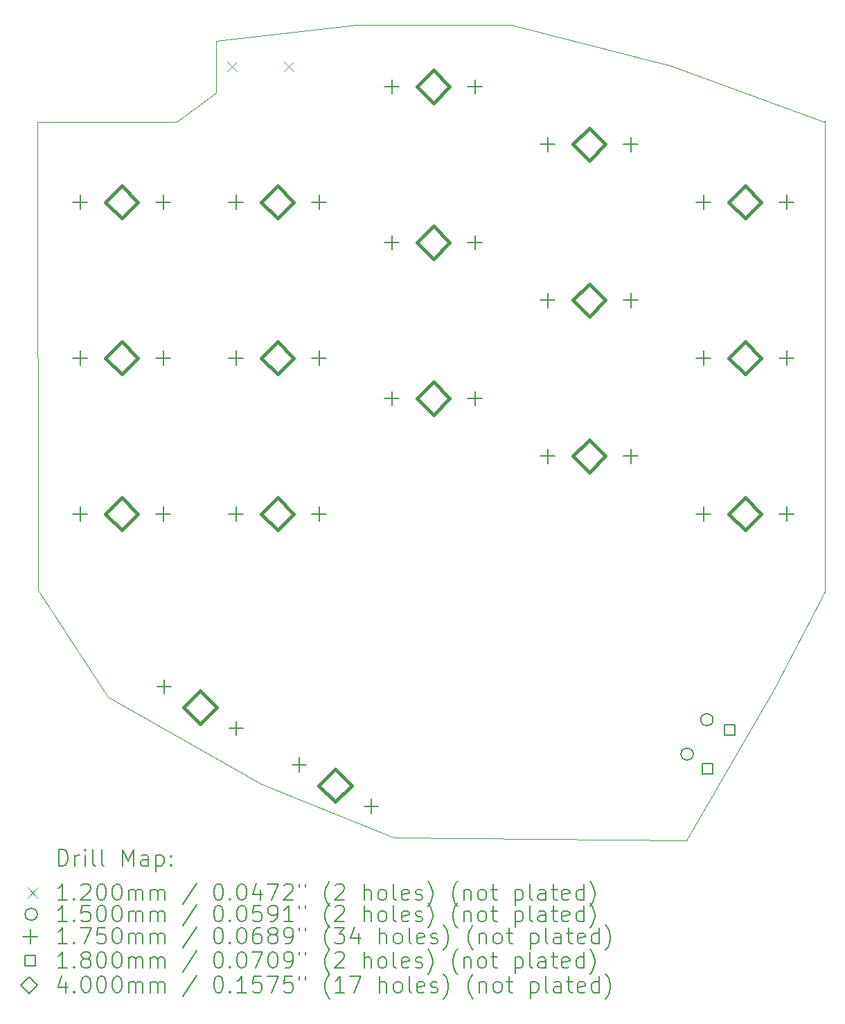
<source format=gbr>
%TF.GenerationSoftware,KiCad,Pcbnew,7.0.8-7.0.8~ubuntu22.04.1*%
%TF.CreationDate,2023-10-29T15:11:20+03:00*%
%TF.ProjectId,Keeb,4b656562-2e6b-4696-9361-645f70636258,rev?*%
%TF.SameCoordinates,Original*%
%TF.FileFunction,Drillmap*%
%TF.FilePolarity,Positive*%
%FSLAX45Y45*%
G04 Gerber Fmt 4.5, Leading zero omitted, Abs format (unit mm)*
G04 Created by KiCad (PCBNEW 7.0.8-7.0.8~ubuntu22.04.1) date 2023-10-29 15:11:20*
%MOMM*%
%LPD*%
G01*
G04 APERTURE LIST*
%ADD10C,0.050000*%
%ADD11C,0.200000*%
%ADD12C,0.120000*%
%ADD13C,0.150000*%
%ADD14C,0.175000*%
%ADD15C,0.180000*%
%ADD16C,0.400000*%
G04 APERTURE END LIST*
D10*
X17893000Y-3886000D02*
X17900000Y-3886000D01*
X19800000Y-4582000D01*
X19807000Y-4563000D01*
X19810000Y-8436000D01*
X19805000Y-10328000D01*
X19190000Y-11509294D01*
X18113000Y-13360000D01*
X14544000Y-13327000D01*
X12922000Y-12678000D01*
X11043000Y-11612000D01*
X10190000Y-10309294D01*
X10183000Y-4587294D01*
X11883000Y-4587294D01*
X12365000Y-4229294D01*
X12362000Y-3593000D01*
X14076000Y-3396294D01*
X15976000Y-3396294D01*
X17893000Y-3886000D01*
D11*
D12*
X12497500Y-3846794D02*
X12617500Y-3966794D01*
X12617500Y-3846794D02*
X12497500Y-3966794D01*
X13197500Y-3846794D02*
X13317500Y-3966794D01*
X13317500Y-3846794D02*
X13197500Y-3966794D01*
D13*
X18198805Y-12308511D02*
G75*
G03*
X18198805Y-12308511I-75000J0D01*
G01*
X18441305Y-11888489D02*
G75*
G03*
X18441305Y-11888489I-75000J0D01*
G01*
D14*
X10704500Y-5474294D02*
X10704500Y-5649294D01*
X10617000Y-5561794D02*
X10792000Y-5561794D01*
X10704500Y-7379294D02*
X10704500Y-7554294D01*
X10617000Y-7466794D02*
X10792000Y-7466794D01*
X10704500Y-9284294D02*
X10704500Y-9459294D01*
X10617000Y-9371794D02*
X10792000Y-9371794D01*
X11720500Y-5474294D02*
X11720500Y-5649294D01*
X11633000Y-5561794D02*
X11808000Y-5561794D01*
X11720500Y-7379294D02*
X11720500Y-7554294D01*
X11633000Y-7466794D02*
X11808000Y-7466794D01*
X11720500Y-9284294D02*
X11720500Y-9459294D01*
X11633000Y-9371794D02*
X11808000Y-9371794D01*
X11731516Y-11396751D02*
X11731516Y-11571751D01*
X11644016Y-11484251D02*
X11819016Y-11484251D01*
X12609500Y-5474294D02*
X12609500Y-5649294D01*
X12522000Y-5561794D02*
X12697000Y-5561794D01*
X12609500Y-7379294D02*
X12609500Y-7554294D01*
X12522000Y-7466794D02*
X12697000Y-7466794D01*
X12609500Y-9284294D02*
X12609500Y-9459294D01*
X12522000Y-9371794D02*
X12697000Y-9371794D01*
X12611398Y-11904751D02*
X12611398Y-12079751D01*
X12523898Y-11992251D02*
X12698898Y-11992251D01*
X13381295Y-12349251D02*
X13381295Y-12524251D01*
X13293795Y-12436751D02*
X13468795Y-12436751D01*
X13625500Y-5474294D02*
X13625500Y-5649294D01*
X13538000Y-5561794D02*
X13713000Y-5561794D01*
X13625500Y-7379294D02*
X13625500Y-7554294D01*
X13538000Y-7466794D02*
X13713000Y-7466794D01*
X13625500Y-9284294D02*
X13625500Y-9459294D01*
X13538000Y-9371794D02*
X13713000Y-9371794D01*
X14261177Y-12857251D02*
X14261177Y-13032251D01*
X14173677Y-12944751D02*
X14348677Y-12944751D01*
X14514500Y-4064294D02*
X14514500Y-4239294D01*
X14427000Y-4151794D02*
X14602000Y-4151794D01*
X14514500Y-5969294D02*
X14514500Y-6144294D01*
X14427000Y-6056794D02*
X14602000Y-6056794D01*
X14514500Y-7874294D02*
X14514500Y-8049294D01*
X14427000Y-7961794D02*
X14602000Y-7961794D01*
X15530500Y-4064294D02*
X15530500Y-4239294D01*
X15443000Y-4151794D02*
X15618000Y-4151794D01*
X15530500Y-5969294D02*
X15530500Y-6144294D01*
X15443000Y-6056794D02*
X15618000Y-6056794D01*
X15530500Y-7874294D02*
X15530500Y-8049294D01*
X15443000Y-7961794D02*
X15618000Y-7961794D01*
X16419500Y-4769294D02*
X16419500Y-4944294D01*
X16332000Y-4856794D02*
X16507000Y-4856794D01*
X16419500Y-6674294D02*
X16419500Y-6849294D01*
X16332000Y-6761794D02*
X16507000Y-6761794D01*
X16419500Y-8579294D02*
X16419500Y-8754294D01*
X16332000Y-8666794D02*
X16507000Y-8666794D01*
X17435500Y-4769294D02*
X17435500Y-4944294D01*
X17348000Y-4856794D02*
X17523000Y-4856794D01*
X17435500Y-6674294D02*
X17435500Y-6849294D01*
X17348000Y-6761794D02*
X17523000Y-6761794D01*
X17435500Y-8579294D02*
X17435500Y-8754294D01*
X17348000Y-8666794D02*
X17523000Y-8666794D01*
X18324500Y-5474294D02*
X18324500Y-5649294D01*
X18237000Y-5561794D02*
X18412000Y-5561794D01*
X18324500Y-7379294D02*
X18324500Y-7554294D01*
X18237000Y-7466794D02*
X18412000Y-7466794D01*
X18324500Y-9284294D02*
X18324500Y-9459294D01*
X18237000Y-9371794D02*
X18412000Y-9371794D01*
X19340500Y-5474294D02*
X19340500Y-5649294D01*
X19253000Y-5561794D02*
X19428000Y-5561794D01*
X19340500Y-7379294D02*
X19340500Y-7554294D01*
X19253000Y-7466794D02*
X19428000Y-7466794D01*
X19340500Y-9284294D02*
X19340500Y-9459294D01*
X19253000Y-9371794D02*
X19428000Y-9371794D01*
D15*
X18434851Y-12549632D02*
X18434851Y-12422352D01*
X18307571Y-12422352D01*
X18307571Y-12549632D01*
X18434851Y-12549632D01*
X18707351Y-12077648D02*
X18707351Y-11950368D01*
X18580071Y-11950368D01*
X18580071Y-12077648D01*
X18707351Y-12077648D01*
D16*
X11212500Y-5761794D02*
X11412500Y-5561794D01*
X11212500Y-5361794D01*
X11012500Y-5561794D01*
X11212500Y-5761794D01*
X11212500Y-7666794D02*
X11412500Y-7466794D01*
X11212500Y-7266794D01*
X11012500Y-7466794D01*
X11212500Y-7666794D01*
X11212500Y-9571794D02*
X11412500Y-9371794D01*
X11212500Y-9171794D01*
X11012500Y-9371794D01*
X11212500Y-9571794D01*
X12171457Y-11938251D02*
X12371457Y-11738251D01*
X12171457Y-11538251D01*
X11971457Y-11738251D01*
X12171457Y-11938251D01*
X13117500Y-5761794D02*
X13317500Y-5561794D01*
X13117500Y-5361794D01*
X12917500Y-5561794D01*
X13117500Y-5761794D01*
X13117500Y-7666794D02*
X13317500Y-7466794D01*
X13117500Y-7266794D01*
X12917500Y-7466794D01*
X13117500Y-7666794D01*
X13117500Y-9571794D02*
X13317500Y-9371794D01*
X13117500Y-9171794D01*
X12917500Y-9371794D01*
X13117500Y-9571794D01*
X13821236Y-12890751D02*
X14021236Y-12690751D01*
X13821236Y-12490751D01*
X13621236Y-12690751D01*
X13821236Y-12890751D01*
X15022500Y-4351794D02*
X15222500Y-4151794D01*
X15022500Y-3951794D01*
X14822500Y-4151794D01*
X15022500Y-4351794D01*
X15022500Y-6256794D02*
X15222500Y-6056794D01*
X15022500Y-5856794D01*
X14822500Y-6056794D01*
X15022500Y-6256794D01*
X15022500Y-8161794D02*
X15222500Y-7961794D01*
X15022500Y-7761794D01*
X14822500Y-7961794D01*
X15022500Y-8161794D01*
X16927500Y-5056794D02*
X17127500Y-4856794D01*
X16927500Y-4656794D01*
X16727500Y-4856794D01*
X16927500Y-5056794D01*
X16927500Y-6961794D02*
X17127500Y-6761794D01*
X16927500Y-6561794D01*
X16727500Y-6761794D01*
X16927500Y-6961794D01*
X16927500Y-8866794D02*
X17127500Y-8666794D01*
X16927500Y-8466794D01*
X16727500Y-8666794D01*
X16927500Y-8866794D01*
X18832500Y-5761794D02*
X19032500Y-5561794D01*
X18832500Y-5361794D01*
X18632500Y-5561794D01*
X18832500Y-5761794D01*
X18832500Y-7666794D02*
X19032500Y-7466794D01*
X18832500Y-7266794D01*
X18632500Y-7466794D01*
X18832500Y-7666794D01*
X18832500Y-9571794D02*
X19032500Y-9371794D01*
X18832500Y-9171794D01*
X18632500Y-9371794D01*
X18832500Y-9571794D01*
D11*
X10441277Y-13673984D02*
X10441277Y-13473984D01*
X10441277Y-13473984D02*
X10488896Y-13473984D01*
X10488896Y-13473984D02*
X10517467Y-13483508D01*
X10517467Y-13483508D02*
X10536515Y-13502555D01*
X10536515Y-13502555D02*
X10546039Y-13521603D01*
X10546039Y-13521603D02*
X10555563Y-13559698D01*
X10555563Y-13559698D02*
X10555563Y-13588269D01*
X10555563Y-13588269D02*
X10546039Y-13626365D01*
X10546039Y-13626365D02*
X10536515Y-13645412D01*
X10536515Y-13645412D02*
X10517467Y-13664460D01*
X10517467Y-13664460D02*
X10488896Y-13673984D01*
X10488896Y-13673984D02*
X10441277Y-13673984D01*
X10641277Y-13673984D02*
X10641277Y-13540650D01*
X10641277Y-13578746D02*
X10650801Y-13559698D01*
X10650801Y-13559698D02*
X10660324Y-13550174D01*
X10660324Y-13550174D02*
X10679372Y-13540650D01*
X10679372Y-13540650D02*
X10698420Y-13540650D01*
X10765086Y-13673984D02*
X10765086Y-13540650D01*
X10765086Y-13473984D02*
X10755563Y-13483508D01*
X10755563Y-13483508D02*
X10765086Y-13493031D01*
X10765086Y-13493031D02*
X10774610Y-13483508D01*
X10774610Y-13483508D02*
X10765086Y-13473984D01*
X10765086Y-13473984D02*
X10765086Y-13493031D01*
X10888896Y-13673984D02*
X10869848Y-13664460D01*
X10869848Y-13664460D02*
X10860324Y-13645412D01*
X10860324Y-13645412D02*
X10860324Y-13473984D01*
X10993658Y-13673984D02*
X10974610Y-13664460D01*
X10974610Y-13664460D02*
X10965086Y-13645412D01*
X10965086Y-13645412D02*
X10965086Y-13473984D01*
X11222229Y-13673984D02*
X11222229Y-13473984D01*
X11222229Y-13473984D02*
X11288896Y-13616841D01*
X11288896Y-13616841D02*
X11355562Y-13473984D01*
X11355562Y-13473984D02*
X11355562Y-13673984D01*
X11536515Y-13673984D02*
X11536515Y-13569222D01*
X11536515Y-13569222D02*
X11526991Y-13550174D01*
X11526991Y-13550174D02*
X11507943Y-13540650D01*
X11507943Y-13540650D02*
X11469848Y-13540650D01*
X11469848Y-13540650D02*
X11450801Y-13550174D01*
X11536515Y-13664460D02*
X11517467Y-13673984D01*
X11517467Y-13673984D02*
X11469848Y-13673984D01*
X11469848Y-13673984D02*
X11450801Y-13664460D01*
X11450801Y-13664460D02*
X11441277Y-13645412D01*
X11441277Y-13645412D02*
X11441277Y-13626365D01*
X11441277Y-13626365D02*
X11450801Y-13607317D01*
X11450801Y-13607317D02*
X11469848Y-13597793D01*
X11469848Y-13597793D02*
X11517467Y-13597793D01*
X11517467Y-13597793D02*
X11536515Y-13588269D01*
X11631753Y-13540650D02*
X11631753Y-13740650D01*
X11631753Y-13550174D02*
X11650801Y-13540650D01*
X11650801Y-13540650D02*
X11688896Y-13540650D01*
X11688896Y-13540650D02*
X11707943Y-13550174D01*
X11707943Y-13550174D02*
X11717467Y-13559698D01*
X11717467Y-13559698D02*
X11726991Y-13578746D01*
X11726991Y-13578746D02*
X11726991Y-13635888D01*
X11726991Y-13635888D02*
X11717467Y-13654936D01*
X11717467Y-13654936D02*
X11707943Y-13664460D01*
X11707943Y-13664460D02*
X11688896Y-13673984D01*
X11688896Y-13673984D02*
X11650801Y-13673984D01*
X11650801Y-13673984D02*
X11631753Y-13664460D01*
X11812705Y-13654936D02*
X11822229Y-13664460D01*
X11822229Y-13664460D02*
X11812705Y-13673984D01*
X11812705Y-13673984D02*
X11803182Y-13664460D01*
X11803182Y-13664460D02*
X11812705Y-13654936D01*
X11812705Y-13654936D02*
X11812705Y-13673984D01*
X11812705Y-13550174D02*
X11822229Y-13559698D01*
X11822229Y-13559698D02*
X11812705Y-13569222D01*
X11812705Y-13569222D02*
X11803182Y-13559698D01*
X11803182Y-13559698D02*
X11812705Y-13550174D01*
X11812705Y-13550174D02*
X11812705Y-13569222D01*
D12*
X10060500Y-13942500D02*
X10180500Y-14062500D01*
X10180500Y-13942500D02*
X10060500Y-14062500D01*
D11*
X10546039Y-14093984D02*
X10431753Y-14093984D01*
X10488896Y-14093984D02*
X10488896Y-13893984D01*
X10488896Y-13893984D02*
X10469848Y-13922555D01*
X10469848Y-13922555D02*
X10450801Y-13941603D01*
X10450801Y-13941603D02*
X10431753Y-13951127D01*
X10631753Y-14074936D02*
X10641277Y-14084460D01*
X10641277Y-14084460D02*
X10631753Y-14093984D01*
X10631753Y-14093984D02*
X10622229Y-14084460D01*
X10622229Y-14084460D02*
X10631753Y-14074936D01*
X10631753Y-14074936D02*
X10631753Y-14093984D01*
X10717467Y-13913031D02*
X10726991Y-13903508D01*
X10726991Y-13903508D02*
X10746039Y-13893984D01*
X10746039Y-13893984D02*
X10793658Y-13893984D01*
X10793658Y-13893984D02*
X10812705Y-13903508D01*
X10812705Y-13903508D02*
X10822229Y-13913031D01*
X10822229Y-13913031D02*
X10831753Y-13932079D01*
X10831753Y-13932079D02*
X10831753Y-13951127D01*
X10831753Y-13951127D02*
X10822229Y-13979698D01*
X10822229Y-13979698D02*
X10707944Y-14093984D01*
X10707944Y-14093984D02*
X10831753Y-14093984D01*
X10955563Y-13893984D02*
X10974610Y-13893984D01*
X10974610Y-13893984D02*
X10993658Y-13903508D01*
X10993658Y-13903508D02*
X11003182Y-13913031D01*
X11003182Y-13913031D02*
X11012705Y-13932079D01*
X11012705Y-13932079D02*
X11022229Y-13970174D01*
X11022229Y-13970174D02*
X11022229Y-14017793D01*
X11022229Y-14017793D02*
X11012705Y-14055888D01*
X11012705Y-14055888D02*
X11003182Y-14074936D01*
X11003182Y-14074936D02*
X10993658Y-14084460D01*
X10993658Y-14084460D02*
X10974610Y-14093984D01*
X10974610Y-14093984D02*
X10955563Y-14093984D01*
X10955563Y-14093984D02*
X10936515Y-14084460D01*
X10936515Y-14084460D02*
X10926991Y-14074936D01*
X10926991Y-14074936D02*
X10917467Y-14055888D01*
X10917467Y-14055888D02*
X10907944Y-14017793D01*
X10907944Y-14017793D02*
X10907944Y-13970174D01*
X10907944Y-13970174D02*
X10917467Y-13932079D01*
X10917467Y-13932079D02*
X10926991Y-13913031D01*
X10926991Y-13913031D02*
X10936515Y-13903508D01*
X10936515Y-13903508D02*
X10955563Y-13893984D01*
X11146039Y-13893984D02*
X11165086Y-13893984D01*
X11165086Y-13893984D02*
X11184134Y-13903508D01*
X11184134Y-13903508D02*
X11193658Y-13913031D01*
X11193658Y-13913031D02*
X11203182Y-13932079D01*
X11203182Y-13932079D02*
X11212705Y-13970174D01*
X11212705Y-13970174D02*
X11212705Y-14017793D01*
X11212705Y-14017793D02*
X11203182Y-14055888D01*
X11203182Y-14055888D02*
X11193658Y-14074936D01*
X11193658Y-14074936D02*
X11184134Y-14084460D01*
X11184134Y-14084460D02*
X11165086Y-14093984D01*
X11165086Y-14093984D02*
X11146039Y-14093984D01*
X11146039Y-14093984D02*
X11126991Y-14084460D01*
X11126991Y-14084460D02*
X11117467Y-14074936D01*
X11117467Y-14074936D02*
X11107944Y-14055888D01*
X11107944Y-14055888D02*
X11098420Y-14017793D01*
X11098420Y-14017793D02*
X11098420Y-13970174D01*
X11098420Y-13970174D02*
X11107944Y-13932079D01*
X11107944Y-13932079D02*
X11117467Y-13913031D01*
X11117467Y-13913031D02*
X11126991Y-13903508D01*
X11126991Y-13903508D02*
X11146039Y-13893984D01*
X11298420Y-14093984D02*
X11298420Y-13960650D01*
X11298420Y-13979698D02*
X11307943Y-13970174D01*
X11307943Y-13970174D02*
X11326991Y-13960650D01*
X11326991Y-13960650D02*
X11355563Y-13960650D01*
X11355563Y-13960650D02*
X11374610Y-13970174D01*
X11374610Y-13970174D02*
X11384134Y-13989222D01*
X11384134Y-13989222D02*
X11384134Y-14093984D01*
X11384134Y-13989222D02*
X11393658Y-13970174D01*
X11393658Y-13970174D02*
X11412705Y-13960650D01*
X11412705Y-13960650D02*
X11441277Y-13960650D01*
X11441277Y-13960650D02*
X11460324Y-13970174D01*
X11460324Y-13970174D02*
X11469848Y-13989222D01*
X11469848Y-13989222D02*
X11469848Y-14093984D01*
X11565086Y-14093984D02*
X11565086Y-13960650D01*
X11565086Y-13979698D02*
X11574610Y-13970174D01*
X11574610Y-13970174D02*
X11593658Y-13960650D01*
X11593658Y-13960650D02*
X11622229Y-13960650D01*
X11622229Y-13960650D02*
X11641277Y-13970174D01*
X11641277Y-13970174D02*
X11650801Y-13989222D01*
X11650801Y-13989222D02*
X11650801Y-14093984D01*
X11650801Y-13989222D02*
X11660324Y-13970174D01*
X11660324Y-13970174D02*
X11679372Y-13960650D01*
X11679372Y-13960650D02*
X11707943Y-13960650D01*
X11707943Y-13960650D02*
X11726991Y-13970174D01*
X11726991Y-13970174D02*
X11736515Y-13989222D01*
X11736515Y-13989222D02*
X11736515Y-14093984D01*
X12126991Y-13884460D02*
X11955563Y-14141603D01*
X12384134Y-13893984D02*
X12403182Y-13893984D01*
X12403182Y-13893984D02*
X12422229Y-13903508D01*
X12422229Y-13903508D02*
X12431753Y-13913031D01*
X12431753Y-13913031D02*
X12441277Y-13932079D01*
X12441277Y-13932079D02*
X12450801Y-13970174D01*
X12450801Y-13970174D02*
X12450801Y-14017793D01*
X12450801Y-14017793D02*
X12441277Y-14055888D01*
X12441277Y-14055888D02*
X12431753Y-14074936D01*
X12431753Y-14074936D02*
X12422229Y-14084460D01*
X12422229Y-14084460D02*
X12403182Y-14093984D01*
X12403182Y-14093984D02*
X12384134Y-14093984D01*
X12384134Y-14093984D02*
X12365086Y-14084460D01*
X12365086Y-14084460D02*
X12355563Y-14074936D01*
X12355563Y-14074936D02*
X12346039Y-14055888D01*
X12346039Y-14055888D02*
X12336515Y-14017793D01*
X12336515Y-14017793D02*
X12336515Y-13970174D01*
X12336515Y-13970174D02*
X12346039Y-13932079D01*
X12346039Y-13932079D02*
X12355563Y-13913031D01*
X12355563Y-13913031D02*
X12365086Y-13903508D01*
X12365086Y-13903508D02*
X12384134Y-13893984D01*
X12536515Y-14074936D02*
X12546039Y-14084460D01*
X12546039Y-14084460D02*
X12536515Y-14093984D01*
X12536515Y-14093984D02*
X12526991Y-14084460D01*
X12526991Y-14084460D02*
X12536515Y-14074936D01*
X12536515Y-14074936D02*
X12536515Y-14093984D01*
X12669848Y-13893984D02*
X12688896Y-13893984D01*
X12688896Y-13893984D02*
X12707944Y-13903508D01*
X12707944Y-13903508D02*
X12717467Y-13913031D01*
X12717467Y-13913031D02*
X12726991Y-13932079D01*
X12726991Y-13932079D02*
X12736515Y-13970174D01*
X12736515Y-13970174D02*
X12736515Y-14017793D01*
X12736515Y-14017793D02*
X12726991Y-14055888D01*
X12726991Y-14055888D02*
X12717467Y-14074936D01*
X12717467Y-14074936D02*
X12707944Y-14084460D01*
X12707944Y-14084460D02*
X12688896Y-14093984D01*
X12688896Y-14093984D02*
X12669848Y-14093984D01*
X12669848Y-14093984D02*
X12650801Y-14084460D01*
X12650801Y-14084460D02*
X12641277Y-14074936D01*
X12641277Y-14074936D02*
X12631753Y-14055888D01*
X12631753Y-14055888D02*
X12622229Y-14017793D01*
X12622229Y-14017793D02*
X12622229Y-13970174D01*
X12622229Y-13970174D02*
X12631753Y-13932079D01*
X12631753Y-13932079D02*
X12641277Y-13913031D01*
X12641277Y-13913031D02*
X12650801Y-13903508D01*
X12650801Y-13903508D02*
X12669848Y-13893984D01*
X12907944Y-13960650D02*
X12907944Y-14093984D01*
X12860325Y-13884460D02*
X12812706Y-14027317D01*
X12812706Y-14027317D02*
X12936515Y-14027317D01*
X12993658Y-13893984D02*
X13126991Y-13893984D01*
X13126991Y-13893984D02*
X13041277Y-14093984D01*
X13193658Y-13913031D02*
X13203182Y-13903508D01*
X13203182Y-13903508D02*
X13222229Y-13893984D01*
X13222229Y-13893984D02*
X13269848Y-13893984D01*
X13269848Y-13893984D02*
X13288896Y-13903508D01*
X13288896Y-13903508D02*
X13298420Y-13913031D01*
X13298420Y-13913031D02*
X13307944Y-13932079D01*
X13307944Y-13932079D02*
X13307944Y-13951127D01*
X13307944Y-13951127D02*
X13298420Y-13979698D01*
X13298420Y-13979698D02*
X13184134Y-14093984D01*
X13184134Y-14093984D02*
X13307944Y-14093984D01*
X13384134Y-13893984D02*
X13384134Y-13932079D01*
X13460325Y-13893984D02*
X13460325Y-13932079D01*
X13755563Y-14170174D02*
X13746039Y-14160650D01*
X13746039Y-14160650D02*
X13726991Y-14132079D01*
X13726991Y-14132079D02*
X13717468Y-14113031D01*
X13717468Y-14113031D02*
X13707944Y-14084460D01*
X13707944Y-14084460D02*
X13698420Y-14036841D01*
X13698420Y-14036841D02*
X13698420Y-13998746D01*
X13698420Y-13998746D02*
X13707944Y-13951127D01*
X13707944Y-13951127D02*
X13717468Y-13922555D01*
X13717468Y-13922555D02*
X13726991Y-13903508D01*
X13726991Y-13903508D02*
X13746039Y-13874936D01*
X13746039Y-13874936D02*
X13755563Y-13865412D01*
X13822229Y-13913031D02*
X13831753Y-13903508D01*
X13831753Y-13903508D02*
X13850801Y-13893984D01*
X13850801Y-13893984D02*
X13898420Y-13893984D01*
X13898420Y-13893984D02*
X13917468Y-13903508D01*
X13917468Y-13903508D02*
X13926991Y-13913031D01*
X13926991Y-13913031D02*
X13936515Y-13932079D01*
X13936515Y-13932079D02*
X13936515Y-13951127D01*
X13936515Y-13951127D02*
X13926991Y-13979698D01*
X13926991Y-13979698D02*
X13812706Y-14093984D01*
X13812706Y-14093984D02*
X13936515Y-14093984D01*
X14174610Y-14093984D02*
X14174610Y-13893984D01*
X14260325Y-14093984D02*
X14260325Y-13989222D01*
X14260325Y-13989222D02*
X14250801Y-13970174D01*
X14250801Y-13970174D02*
X14231753Y-13960650D01*
X14231753Y-13960650D02*
X14203182Y-13960650D01*
X14203182Y-13960650D02*
X14184134Y-13970174D01*
X14184134Y-13970174D02*
X14174610Y-13979698D01*
X14384134Y-14093984D02*
X14365087Y-14084460D01*
X14365087Y-14084460D02*
X14355563Y-14074936D01*
X14355563Y-14074936D02*
X14346039Y-14055888D01*
X14346039Y-14055888D02*
X14346039Y-13998746D01*
X14346039Y-13998746D02*
X14355563Y-13979698D01*
X14355563Y-13979698D02*
X14365087Y-13970174D01*
X14365087Y-13970174D02*
X14384134Y-13960650D01*
X14384134Y-13960650D02*
X14412706Y-13960650D01*
X14412706Y-13960650D02*
X14431753Y-13970174D01*
X14431753Y-13970174D02*
X14441277Y-13979698D01*
X14441277Y-13979698D02*
X14450801Y-13998746D01*
X14450801Y-13998746D02*
X14450801Y-14055888D01*
X14450801Y-14055888D02*
X14441277Y-14074936D01*
X14441277Y-14074936D02*
X14431753Y-14084460D01*
X14431753Y-14084460D02*
X14412706Y-14093984D01*
X14412706Y-14093984D02*
X14384134Y-14093984D01*
X14565087Y-14093984D02*
X14546039Y-14084460D01*
X14546039Y-14084460D02*
X14536515Y-14065412D01*
X14536515Y-14065412D02*
X14536515Y-13893984D01*
X14717468Y-14084460D02*
X14698420Y-14093984D01*
X14698420Y-14093984D02*
X14660325Y-14093984D01*
X14660325Y-14093984D02*
X14641277Y-14084460D01*
X14641277Y-14084460D02*
X14631753Y-14065412D01*
X14631753Y-14065412D02*
X14631753Y-13989222D01*
X14631753Y-13989222D02*
X14641277Y-13970174D01*
X14641277Y-13970174D02*
X14660325Y-13960650D01*
X14660325Y-13960650D02*
X14698420Y-13960650D01*
X14698420Y-13960650D02*
X14717468Y-13970174D01*
X14717468Y-13970174D02*
X14726991Y-13989222D01*
X14726991Y-13989222D02*
X14726991Y-14008269D01*
X14726991Y-14008269D02*
X14631753Y-14027317D01*
X14803182Y-14084460D02*
X14822230Y-14093984D01*
X14822230Y-14093984D02*
X14860325Y-14093984D01*
X14860325Y-14093984D02*
X14879372Y-14084460D01*
X14879372Y-14084460D02*
X14888896Y-14065412D01*
X14888896Y-14065412D02*
X14888896Y-14055888D01*
X14888896Y-14055888D02*
X14879372Y-14036841D01*
X14879372Y-14036841D02*
X14860325Y-14027317D01*
X14860325Y-14027317D02*
X14831753Y-14027317D01*
X14831753Y-14027317D02*
X14812706Y-14017793D01*
X14812706Y-14017793D02*
X14803182Y-13998746D01*
X14803182Y-13998746D02*
X14803182Y-13989222D01*
X14803182Y-13989222D02*
X14812706Y-13970174D01*
X14812706Y-13970174D02*
X14831753Y-13960650D01*
X14831753Y-13960650D02*
X14860325Y-13960650D01*
X14860325Y-13960650D02*
X14879372Y-13970174D01*
X14955563Y-14170174D02*
X14965087Y-14160650D01*
X14965087Y-14160650D02*
X14984134Y-14132079D01*
X14984134Y-14132079D02*
X14993658Y-14113031D01*
X14993658Y-14113031D02*
X15003182Y-14084460D01*
X15003182Y-14084460D02*
X15012706Y-14036841D01*
X15012706Y-14036841D02*
X15012706Y-13998746D01*
X15012706Y-13998746D02*
X15003182Y-13951127D01*
X15003182Y-13951127D02*
X14993658Y-13922555D01*
X14993658Y-13922555D02*
X14984134Y-13903508D01*
X14984134Y-13903508D02*
X14965087Y-13874936D01*
X14965087Y-13874936D02*
X14955563Y-13865412D01*
X15317468Y-14170174D02*
X15307944Y-14160650D01*
X15307944Y-14160650D02*
X15288896Y-14132079D01*
X15288896Y-14132079D02*
X15279372Y-14113031D01*
X15279372Y-14113031D02*
X15269849Y-14084460D01*
X15269849Y-14084460D02*
X15260325Y-14036841D01*
X15260325Y-14036841D02*
X15260325Y-13998746D01*
X15260325Y-13998746D02*
X15269849Y-13951127D01*
X15269849Y-13951127D02*
X15279372Y-13922555D01*
X15279372Y-13922555D02*
X15288896Y-13903508D01*
X15288896Y-13903508D02*
X15307944Y-13874936D01*
X15307944Y-13874936D02*
X15317468Y-13865412D01*
X15393658Y-13960650D02*
X15393658Y-14093984D01*
X15393658Y-13979698D02*
X15403182Y-13970174D01*
X15403182Y-13970174D02*
X15422230Y-13960650D01*
X15422230Y-13960650D02*
X15450801Y-13960650D01*
X15450801Y-13960650D02*
X15469849Y-13970174D01*
X15469849Y-13970174D02*
X15479372Y-13989222D01*
X15479372Y-13989222D02*
X15479372Y-14093984D01*
X15603182Y-14093984D02*
X15584134Y-14084460D01*
X15584134Y-14084460D02*
X15574611Y-14074936D01*
X15574611Y-14074936D02*
X15565087Y-14055888D01*
X15565087Y-14055888D02*
X15565087Y-13998746D01*
X15565087Y-13998746D02*
X15574611Y-13979698D01*
X15574611Y-13979698D02*
X15584134Y-13970174D01*
X15584134Y-13970174D02*
X15603182Y-13960650D01*
X15603182Y-13960650D02*
X15631753Y-13960650D01*
X15631753Y-13960650D02*
X15650801Y-13970174D01*
X15650801Y-13970174D02*
X15660325Y-13979698D01*
X15660325Y-13979698D02*
X15669849Y-13998746D01*
X15669849Y-13998746D02*
X15669849Y-14055888D01*
X15669849Y-14055888D02*
X15660325Y-14074936D01*
X15660325Y-14074936D02*
X15650801Y-14084460D01*
X15650801Y-14084460D02*
X15631753Y-14093984D01*
X15631753Y-14093984D02*
X15603182Y-14093984D01*
X15726992Y-13960650D02*
X15803182Y-13960650D01*
X15755563Y-13893984D02*
X15755563Y-14065412D01*
X15755563Y-14065412D02*
X15765087Y-14084460D01*
X15765087Y-14084460D02*
X15784134Y-14093984D01*
X15784134Y-14093984D02*
X15803182Y-14093984D01*
X16022230Y-13960650D02*
X16022230Y-14160650D01*
X16022230Y-13970174D02*
X16041277Y-13960650D01*
X16041277Y-13960650D02*
X16079373Y-13960650D01*
X16079373Y-13960650D02*
X16098420Y-13970174D01*
X16098420Y-13970174D02*
X16107944Y-13979698D01*
X16107944Y-13979698D02*
X16117468Y-13998746D01*
X16117468Y-13998746D02*
X16117468Y-14055888D01*
X16117468Y-14055888D02*
X16107944Y-14074936D01*
X16107944Y-14074936D02*
X16098420Y-14084460D01*
X16098420Y-14084460D02*
X16079373Y-14093984D01*
X16079373Y-14093984D02*
X16041277Y-14093984D01*
X16041277Y-14093984D02*
X16022230Y-14084460D01*
X16231753Y-14093984D02*
X16212706Y-14084460D01*
X16212706Y-14084460D02*
X16203182Y-14065412D01*
X16203182Y-14065412D02*
X16203182Y-13893984D01*
X16393658Y-14093984D02*
X16393658Y-13989222D01*
X16393658Y-13989222D02*
X16384134Y-13970174D01*
X16384134Y-13970174D02*
X16365087Y-13960650D01*
X16365087Y-13960650D02*
X16326992Y-13960650D01*
X16326992Y-13960650D02*
X16307944Y-13970174D01*
X16393658Y-14084460D02*
X16374611Y-14093984D01*
X16374611Y-14093984D02*
X16326992Y-14093984D01*
X16326992Y-14093984D02*
X16307944Y-14084460D01*
X16307944Y-14084460D02*
X16298420Y-14065412D01*
X16298420Y-14065412D02*
X16298420Y-14046365D01*
X16298420Y-14046365D02*
X16307944Y-14027317D01*
X16307944Y-14027317D02*
X16326992Y-14017793D01*
X16326992Y-14017793D02*
X16374611Y-14017793D01*
X16374611Y-14017793D02*
X16393658Y-14008269D01*
X16460325Y-13960650D02*
X16536515Y-13960650D01*
X16488896Y-13893984D02*
X16488896Y-14065412D01*
X16488896Y-14065412D02*
X16498420Y-14084460D01*
X16498420Y-14084460D02*
X16517468Y-14093984D01*
X16517468Y-14093984D02*
X16536515Y-14093984D01*
X16679373Y-14084460D02*
X16660325Y-14093984D01*
X16660325Y-14093984D02*
X16622230Y-14093984D01*
X16622230Y-14093984D02*
X16603182Y-14084460D01*
X16603182Y-14084460D02*
X16593658Y-14065412D01*
X16593658Y-14065412D02*
X16593658Y-13989222D01*
X16593658Y-13989222D02*
X16603182Y-13970174D01*
X16603182Y-13970174D02*
X16622230Y-13960650D01*
X16622230Y-13960650D02*
X16660325Y-13960650D01*
X16660325Y-13960650D02*
X16679373Y-13970174D01*
X16679373Y-13970174D02*
X16688896Y-13989222D01*
X16688896Y-13989222D02*
X16688896Y-14008269D01*
X16688896Y-14008269D02*
X16593658Y-14027317D01*
X16860325Y-14093984D02*
X16860325Y-13893984D01*
X16860325Y-14084460D02*
X16841277Y-14093984D01*
X16841277Y-14093984D02*
X16803182Y-14093984D01*
X16803182Y-14093984D02*
X16784135Y-14084460D01*
X16784135Y-14084460D02*
X16774611Y-14074936D01*
X16774611Y-14074936D02*
X16765087Y-14055888D01*
X16765087Y-14055888D02*
X16765087Y-13998746D01*
X16765087Y-13998746D02*
X16774611Y-13979698D01*
X16774611Y-13979698D02*
X16784135Y-13970174D01*
X16784135Y-13970174D02*
X16803182Y-13960650D01*
X16803182Y-13960650D02*
X16841277Y-13960650D01*
X16841277Y-13960650D02*
X16860325Y-13970174D01*
X16936516Y-14170174D02*
X16946039Y-14160650D01*
X16946039Y-14160650D02*
X16965087Y-14132079D01*
X16965087Y-14132079D02*
X16974611Y-14113031D01*
X16974611Y-14113031D02*
X16984135Y-14084460D01*
X16984135Y-14084460D02*
X16993658Y-14036841D01*
X16993658Y-14036841D02*
X16993658Y-13998746D01*
X16993658Y-13998746D02*
X16984135Y-13951127D01*
X16984135Y-13951127D02*
X16974611Y-13922555D01*
X16974611Y-13922555D02*
X16965087Y-13903508D01*
X16965087Y-13903508D02*
X16946039Y-13874936D01*
X16946039Y-13874936D02*
X16936516Y-13865412D01*
D13*
X10180500Y-14266500D02*
G75*
G03*
X10180500Y-14266500I-75000J0D01*
G01*
D11*
X10546039Y-14357984D02*
X10431753Y-14357984D01*
X10488896Y-14357984D02*
X10488896Y-14157984D01*
X10488896Y-14157984D02*
X10469848Y-14186555D01*
X10469848Y-14186555D02*
X10450801Y-14205603D01*
X10450801Y-14205603D02*
X10431753Y-14215127D01*
X10631753Y-14338936D02*
X10641277Y-14348460D01*
X10641277Y-14348460D02*
X10631753Y-14357984D01*
X10631753Y-14357984D02*
X10622229Y-14348460D01*
X10622229Y-14348460D02*
X10631753Y-14338936D01*
X10631753Y-14338936D02*
X10631753Y-14357984D01*
X10822229Y-14157984D02*
X10726991Y-14157984D01*
X10726991Y-14157984D02*
X10717467Y-14253222D01*
X10717467Y-14253222D02*
X10726991Y-14243698D01*
X10726991Y-14243698D02*
X10746039Y-14234174D01*
X10746039Y-14234174D02*
X10793658Y-14234174D01*
X10793658Y-14234174D02*
X10812705Y-14243698D01*
X10812705Y-14243698D02*
X10822229Y-14253222D01*
X10822229Y-14253222D02*
X10831753Y-14272269D01*
X10831753Y-14272269D02*
X10831753Y-14319888D01*
X10831753Y-14319888D02*
X10822229Y-14338936D01*
X10822229Y-14338936D02*
X10812705Y-14348460D01*
X10812705Y-14348460D02*
X10793658Y-14357984D01*
X10793658Y-14357984D02*
X10746039Y-14357984D01*
X10746039Y-14357984D02*
X10726991Y-14348460D01*
X10726991Y-14348460D02*
X10717467Y-14338936D01*
X10955563Y-14157984D02*
X10974610Y-14157984D01*
X10974610Y-14157984D02*
X10993658Y-14167508D01*
X10993658Y-14167508D02*
X11003182Y-14177031D01*
X11003182Y-14177031D02*
X11012705Y-14196079D01*
X11012705Y-14196079D02*
X11022229Y-14234174D01*
X11022229Y-14234174D02*
X11022229Y-14281793D01*
X11022229Y-14281793D02*
X11012705Y-14319888D01*
X11012705Y-14319888D02*
X11003182Y-14338936D01*
X11003182Y-14338936D02*
X10993658Y-14348460D01*
X10993658Y-14348460D02*
X10974610Y-14357984D01*
X10974610Y-14357984D02*
X10955563Y-14357984D01*
X10955563Y-14357984D02*
X10936515Y-14348460D01*
X10936515Y-14348460D02*
X10926991Y-14338936D01*
X10926991Y-14338936D02*
X10917467Y-14319888D01*
X10917467Y-14319888D02*
X10907944Y-14281793D01*
X10907944Y-14281793D02*
X10907944Y-14234174D01*
X10907944Y-14234174D02*
X10917467Y-14196079D01*
X10917467Y-14196079D02*
X10926991Y-14177031D01*
X10926991Y-14177031D02*
X10936515Y-14167508D01*
X10936515Y-14167508D02*
X10955563Y-14157984D01*
X11146039Y-14157984D02*
X11165086Y-14157984D01*
X11165086Y-14157984D02*
X11184134Y-14167508D01*
X11184134Y-14167508D02*
X11193658Y-14177031D01*
X11193658Y-14177031D02*
X11203182Y-14196079D01*
X11203182Y-14196079D02*
X11212705Y-14234174D01*
X11212705Y-14234174D02*
X11212705Y-14281793D01*
X11212705Y-14281793D02*
X11203182Y-14319888D01*
X11203182Y-14319888D02*
X11193658Y-14338936D01*
X11193658Y-14338936D02*
X11184134Y-14348460D01*
X11184134Y-14348460D02*
X11165086Y-14357984D01*
X11165086Y-14357984D02*
X11146039Y-14357984D01*
X11146039Y-14357984D02*
X11126991Y-14348460D01*
X11126991Y-14348460D02*
X11117467Y-14338936D01*
X11117467Y-14338936D02*
X11107944Y-14319888D01*
X11107944Y-14319888D02*
X11098420Y-14281793D01*
X11098420Y-14281793D02*
X11098420Y-14234174D01*
X11098420Y-14234174D02*
X11107944Y-14196079D01*
X11107944Y-14196079D02*
X11117467Y-14177031D01*
X11117467Y-14177031D02*
X11126991Y-14167508D01*
X11126991Y-14167508D02*
X11146039Y-14157984D01*
X11298420Y-14357984D02*
X11298420Y-14224650D01*
X11298420Y-14243698D02*
X11307943Y-14234174D01*
X11307943Y-14234174D02*
X11326991Y-14224650D01*
X11326991Y-14224650D02*
X11355563Y-14224650D01*
X11355563Y-14224650D02*
X11374610Y-14234174D01*
X11374610Y-14234174D02*
X11384134Y-14253222D01*
X11384134Y-14253222D02*
X11384134Y-14357984D01*
X11384134Y-14253222D02*
X11393658Y-14234174D01*
X11393658Y-14234174D02*
X11412705Y-14224650D01*
X11412705Y-14224650D02*
X11441277Y-14224650D01*
X11441277Y-14224650D02*
X11460324Y-14234174D01*
X11460324Y-14234174D02*
X11469848Y-14253222D01*
X11469848Y-14253222D02*
X11469848Y-14357984D01*
X11565086Y-14357984D02*
X11565086Y-14224650D01*
X11565086Y-14243698D02*
X11574610Y-14234174D01*
X11574610Y-14234174D02*
X11593658Y-14224650D01*
X11593658Y-14224650D02*
X11622229Y-14224650D01*
X11622229Y-14224650D02*
X11641277Y-14234174D01*
X11641277Y-14234174D02*
X11650801Y-14253222D01*
X11650801Y-14253222D02*
X11650801Y-14357984D01*
X11650801Y-14253222D02*
X11660324Y-14234174D01*
X11660324Y-14234174D02*
X11679372Y-14224650D01*
X11679372Y-14224650D02*
X11707943Y-14224650D01*
X11707943Y-14224650D02*
X11726991Y-14234174D01*
X11726991Y-14234174D02*
X11736515Y-14253222D01*
X11736515Y-14253222D02*
X11736515Y-14357984D01*
X12126991Y-14148460D02*
X11955563Y-14405603D01*
X12384134Y-14157984D02*
X12403182Y-14157984D01*
X12403182Y-14157984D02*
X12422229Y-14167508D01*
X12422229Y-14167508D02*
X12431753Y-14177031D01*
X12431753Y-14177031D02*
X12441277Y-14196079D01*
X12441277Y-14196079D02*
X12450801Y-14234174D01*
X12450801Y-14234174D02*
X12450801Y-14281793D01*
X12450801Y-14281793D02*
X12441277Y-14319888D01*
X12441277Y-14319888D02*
X12431753Y-14338936D01*
X12431753Y-14338936D02*
X12422229Y-14348460D01*
X12422229Y-14348460D02*
X12403182Y-14357984D01*
X12403182Y-14357984D02*
X12384134Y-14357984D01*
X12384134Y-14357984D02*
X12365086Y-14348460D01*
X12365086Y-14348460D02*
X12355563Y-14338936D01*
X12355563Y-14338936D02*
X12346039Y-14319888D01*
X12346039Y-14319888D02*
X12336515Y-14281793D01*
X12336515Y-14281793D02*
X12336515Y-14234174D01*
X12336515Y-14234174D02*
X12346039Y-14196079D01*
X12346039Y-14196079D02*
X12355563Y-14177031D01*
X12355563Y-14177031D02*
X12365086Y-14167508D01*
X12365086Y-14167508D02*
X12384134Y-14157984D01*
X12536515Y-14338936D02*
X12546039Y-14348460D01*
X12546039Y-14348460D02*
X12536515Y-14357984D01*
X12536515Y-14357984D02*
X12526991Y-14348460D01*
X12526991Y-14348460D02*
X12536515Y-14338936D01*
X12536515Y-14338936D02*
X12536515Y-14357984D01*
X12669848Y-14157984D02*
X12688896Y-14157984D01*
X12688896Y-14157984D02*
X12707944Y-14167508D01*
X12707944Y-14167508D02*
X12717467Y-14177031D01*
X12717467Y-14177031D02*
X12726991Y-14196079D01*
X12726991Y-14196079D02*
X12736515Y-14234174D01*
X12736515Y-14234174D02*
X12736515Y-14281793D01*
X12736515Y-14281793D02*
X12726991Y-14319888D01*
X12726991Y-14319888D02*
X12717467Y-14338936D01*
X12717467Y-14338936D02*
X12707944Y-14348460D01*
X12707944Y-14348460D02*
X12688896Y-14357984D01*
X12688896Y-14357984D02*
X12669848Y-14357984D01*
X12669848Y-14357984D02*
X12650801Y-14348460D01*
X12650801Y-14348460D02*
X12641277Y-14338936D01*
X12641277Y-14338936D02*
X12631753Y-14319888D01*
X12631753Y-14319888D02*
X12622229Y-14281793D01*
X12622229Y-14281793D02*
X12622229Y-14234174D01*
X12622229Y-14234174D02*
X12631753Y-14196079D01*
X12631753Y-14196079D02*
X12641277Y-14177031D01*
X12641277Y-14177031D02*
X12650801Y-14167508D01*
X12650801Y-14167508D02*
X12669848Y-14157984D01*
X12917467Y-14157984D02*
X12822229Y-14157984D01*
X12822229Y-14157984D02*
X12812706Y-14253222D01*
X12812706Y-14253222D02*
X12822229Y-14243698D01*
X12822229Y-14243698D02*
X12841277Y-14234174D01*
X12841277Y-14234174D02*
X12888896Y-14234174D01*
X12888896Y-14234174D02*
X12907944Y-14243698D01*
X12907944Y-14243698D02*
X12917467Y-14253222D01*
X12917467Y-14253222D02*
X12926991Y-14272269D01*
X12926991Y-14272269D02*
X12926991Y-14319888D01*
X12926991Y-14319888D02*
X12917467Y-14338936D01*
X12917467Y-14338936D02*
X12907944Y-14348460D01*
X12907944Y-14348460D02*
X12888896Y-14357984D01*
X12888896Y-14357984D02*
X12841277Y-14357984D01*
X12841277Y-14357984D02*
X12822229Y-14348460D01*
X12822229Y-14348460D02*
X12812706Y-14338936D01*
X13022229Y-14357984D02*
X13060325Y-14357984D01*
X13060325Y-14357984D02*
X13079372Y-14348460D01*
X13079372Y-14348460D02*
X13088896Y-14338936D01*
X13088896Y-14338936D02*
X13107944Y-14310365D01*
X13107944Y-14310365D02*
X13117467Y-14272269D01*
X13117467Y-14272269D02*
X13117467Y-14196079D01*
X13117467Y-14196079D02*
X13107944Y-14177031D01*
X13107944Y-14177031D02*
X13098420Y-14167508D01*
X13098420Y-14167508D02*
X13079372Y-14157984D01*
X13079372Y-14157984D02*
X13041277Y-14157984D01*
X13041277Y-14157984D02*
X13022229Y-14167508D01*
X13022229Y-14167508D02*
X13012706Y-14177031D01*
X13012706Y-14177031D02*
X13003182Y-14196079D01*
X13003182Y-14196079D02*
X13003182Y-14243698D01*
X13003182Y-14243698D02*
X13012706Y-14262746D01*
X13012706Y-14262746D02*
X13022229Y-14272269D01*
X13022229Y-14272269D02*
X13041277Y-14281793D01*
X13041277Y-14281793D02*
X13079372Y-14281793D01*
X13079372Y-14281793D02*
X13098420Y-14272269D01*
X13098420Y-14272269D02*
X13107944Y-14262746D01*
X13107944Y-14262746D02*
X13117467Y-14243698D01*
X13307944Y-14357984D02*
X13193658Y-14357984D01*
X13250801Y-14357984D02*
X13250801Y-14157984D01*
X13250801Y-14157984D02*
X13231753Y-14186555D01*
X13231753Y-14186555D02*
X13212706Y-14205603D01*
X13212706Y-14205603D02*
X13193658Y-14215127D01*
X13384134Y-14157984D02*
X13384134Y-14196079D01*
X13460325Y-14157984D02*
X13460325Y-14196079D01*
X13755563Y-14434174D02*
X13746039Y-14424650D01*
X13746039Y-14424650D02*
X13726991Y-14396079D01*
X13726991Y-14396079D02*
X13717468Y-14377031D01*
X13717468Y-14377031D02*
X13707944Y-14348460D01*
X13707944Y-14348460D02*
X13698420Y-14300841D01*
X13698420Y-14300841D02*
X13698420Y-14262746D01*
X13698420Y-14262746D02*
X13707944Y-14215127D01*
X13707944Y-14215127D02*
X13717468Y-14186555D01*
X13717468Y-14186555D02*
X13726991Y-14167508D01*
X13726991Y-14167508D02*
X13746039Y-14138936D01*
X13746039Y-14138936D02*
X13755563Y-14129412D01*
X13822229Y-14177031D02*
X13831753Y-14167508D01*
X13831753Y-14167508D02*
X13850801Y-14157984D01*
X13850801Y-14157984D02*
X13898420Y-14157984D01*
X13898420Y-14157984D02*
X13917468Y-14167508D01*
X13917468Y-14167508D02*
X13926991Y-14177031D01*
X13926991Y-14177031D02*
X13936515Y-14196079D01*
X13936515Y-14196079D02*
X13936515Y-14215127D01*
X13936515Y-14215127D02*
X13926991Y-14243698D01*
X13926991Y-14243698D02*
X13812706Y-14357984D01*
X13812706Y-14357984D02*
X13936515Y-14357984D01*
X14174610Y-14357984D02*
X14174610Y-14157984D01*
X14260325Y-14357984D02*
X14260325Y-14253222D01*
X14260325Y-14253222D02*
X14250801Y-14234174D01*
X14250801Y-14234174D02*
X14231753Y-14224650D01*
X14231753Y-14224650D02*
X14203182Y-14224650D01*
X14203182Y-14224650D02*
X14184134Y-14234174D01*
X14184134Y-14234174D02*
X14174610Y-14243698D01*
X14384134Y-14357984D02*
X14365087Y-14348460D01*
X14365087Y-14348460D02*
X14355563Y-14338936D01*
X14355563Y-14338936D02*
X14346039Y-14319888D01*
X14346039Y-14319888D02*
X14346039Y-14262746D01*
X14346039Y-14262746D02*
X14355563Y-14243698D01*
X14355563Y-14243698D02*
X14365087Y-14234174D01*
X14365087Y-14234174D02*
X14384134Y-14224650D01*
X14384134Y-14224650D02*
X14412706Y-14224650D01*
X14412706Y-14224650D02*
X14431753Y-14234174D01*
X14431753Y-14234174D02*
X14441277Y-14243698D01*
X14441277Y-14243698D02*
X14450801Y-14262746D01*
X14450801Y-14262746D02*
X14450801Y-14319888D01*
X14450801Y-14319888D02*
X14441277Y-14338936D01*
X14441277Y-14338936D02*
X14431753Y-14348460D01*
X14431753Y-14348460D02*
X14412706Y-14357984D01*
X14412706Y-14357984D02*
X14384134Y-14357984D01*
X14565087Y-14357984D02*
X14546039Y-14348460D01*
X14546039Y-14348460D02*
X14536515Y-14329412D01*
X14536515Y-14329412D02*
X14536515Y-14157984D01*
X14717468Y-14348460D02*
X14698420Y-14357984D01*
X14698420Y-14357984D02*
X14660325Y-14357984D01*
X14660325Y-14357984D02*
X14641277Y-14348460D01*
X14641277Y-14348460D02*
X14631753Y-14329412D01*
X14631753Y-14329412D02*
X14631753Y-14253222D01*
X14631753Y-14253222D02*
X14641277Y-14234174D01*
X14641277Y-14234174D02*
X14660325Y-14224650D01*
X14660325Y-14224650D02*
X14698420Y-14224650D01*
X14698420Y-14224650D02*
X14717468Y-14234174D01*
X14717468Y-14234174D02*
X14726991Y-14253222D01*
X14726991Y-14253222D02*
X14726991Y-14272269D01*
X14726991Y-14272269D02*
X14631753Y-14291317D01*
X14803182Y-14348460D02*
X14822230Y-14357984D01*
X14822230Y-14357984D02*
X14860325Y-14357984D01*
X14860325Y-14357984D02*
X14879372Y-14348460D01*
X14879372Y-14348460D02*
X14888896Y-14329412D01*
X14888896Y-14329412D02*
X14888896Y-14319888D01*
X14888896Y-14319888D02*
X14879372Y-14300841D01*
X14879372Y-14300841D02*
X14860325Y-14291317D01*
X14860325Y-14291317D02*
X14831753Y-14291317D01*
X14831753Y-14291317D02*
X14812706Y-14281793D01*
X14812706Y-14281793D02*
X14803182Y-14262746D01*
X14803182Y-14262746D02*
X14803182Y-14253222D01*
X14803182Y-14253222D02*
X14812706Y-14234174D01*
X14812706Y-14234174D02*
X14831753Y-14224650D01*
X14831753Y-14224650D02*
X14860325Y-14224650D01*
X14860325Y-14224650D02*
X14879372Y-14234174D01*
X14955563Y-14434174D02*
X14965087Y-14424650D01*
X14965087Y-14424650D02*
X14984134Y-14396079D01*
X14984134Y-14396079D02*
X14993658Y-14377031D01*
X14993658Y-14377031D02*
X15003182Y-14348460D01*
X15003182Y-14348460D02*
X15012706Y-14300841D01*
X15012706Y-14300841D02*
X15012706Y-14262746D01*
X15012706Y-14262746D02*
X15003182Y-14215127D01*
X15003182Y-14215127D02*
X14993658Y-14186555D01*
X14993658Y-14186555D02*
X14984134Y-14167508D01*
X14984134Y-14167508D02*
X14965087Y-14138936D01*
X14965087Y-14138936D02*
X14955563Y-14129412D01*
X15317468Y-14434174D02*
X15307944Y-14424650D01*
X15307944Y-14424650D02*
X15288896Y-14396079D01*
X15288896Y-14396079D02*
X15279372Y-14377031D01*
X15279372Y-14377031D02*
X15269849Y-14348460D01*
X15269849Y-14348460D02*
X15260325Y-14300841D01*
X15260325Y-14300841D02*
X15260325Y-14262746D01*
X15260325Y-14262746D02*
X15269849Y-14215127D01*
X15269849Y-14215127D02*
X15279372Y-14186555D01*
X15279372Y-14186555D02*
X15288896Y-14167508D01*
X15288896Y-14167508D02*
X15307944Y-14138936D01*
X15307944Y-14138936D02*
X15317468Y-14129412D01*
X15393658Y-14224650D02*
X15393658Y-14357984D01*
X15393658Y-14243698D02*
X15403182Y-14234174D01*
X15403182Y-14234174D02*
X15422230Y-14224650D01*
X15422230Y-14224650D02*
X15450801Y-14224650D01*
X15450801Y-14224650D02*
X15469849Y-14234174D01*
X15469849Y-14234174D02*
X15479372Y-14253222D01*
X15479372Y-14253222D02*
X15479372Y-14357984D01*
X15603182Y-14357984D02*
X15584134Y-14348460D01*
X15584134Y-14348460D02*
X15574611Y-14338936D01*
X15574611Y-14338936D02*
X15565087Y-14319888D01*
X15565087Y-14319888D02*
X15565087Y-14262746D01*
X15565087Y-14262746D02*
X15574611Y-14243698D01*
X15574611Y-14243698D02*
X15584134Y-14234174D01*
X15584134Y-14234174D02*
X15603182Y-14224650D01*
X15603182Y-14224650D02*
X15631753Y-14224650D01*
X15631753Y-14224650D02*
X15650801Y-14234174D01*
X15650801Y-14234174D02*
X15660325Y-14243698D01*
X15660325Y-14243698D02*
X15669849Y-14262746D01*
X15669849Y-14262746D02*
X15669849Y-14319888D01*
X15669849Y-14319888D02*
X15660325Y-14338936D01*
X15660325Y-14338936D02*
X15650801Y-14348460D01*
X15650801Y-14348460D02*
X15631753Y-14357984D01*
X15631753Y-14357984D02*
X15603182Y-14357984D01*
X15726992Y-14224650D02*
X15803182Y-14224650D01*
X15755563Y-14157984D02*
X15755563Y-14329412D01*
X15755563Y-14329412D02*
X15765087Y-14348460D01*
X15765087Y-14348460D02*
X15784134Y-14357984D01*
X15784134Y-14357984D02*
X15803182Y-14357984D01*
X16022230Y-14224650D02*
X16022230Y-14424650D01*
X16022230Y-14234174D02*
X16041277Y-14224650D01*
X16041277Y-14224650D02*
X16079373Y-14224650D01*
X16079373Y-14224650D02*
X16098420Y-14234174D01*
X16098420Y-14234174D02*
X16107944Y-14243698D01*
X16107944Y-14243698D02*
X16117468Y-14262746D01*
X16117468Y-14262746D02*
X16117468Y-14319888D01*
X16117468Y-14319888D02*
X16107944Y-14338936D01*
X16107944Y-14338936D02*
X16098420Y-14348460D01*
X16098420Y-14348460D02*
X16079373Y-14357984D01*
X16079373Y-14357984D02*
X16041277Y-14357984D01*
X16041277Y-14357984D02*
X16022230Y-14348460D01*
X16231753Y-14357984D02*
X16212706Y-14348460D01*
X16212706Y-14348460D02*
X16203182Y-14329412D01*
X16203182Y-14329412D02*
X16203182Y-14157984D01*
X16393658Y-14357984D02*
X16393658Y-14253222D01*
X16393658Y-14253222D02*
X16384134Y-14234174D01*
X16384134Y-14234174D02*
X16365087Y-14224650D01*
X16365087Y-14224650D02*
X16326992Y-14224650D01*
X16326992Y-14224650D02*
X16307944Y-14234174D01*
X16393658Y-14348460D02*
X16374611Y-14357984D01*
X16374611Y-14357984D02*
X16326992Y-14357984D01*
X16326992Y-14357984D02*
X16307944Y-14348460D01*
X16307944Y-14348460D02*
X16298420Y-14329412D01*
X16298420Y-14329412D02*
X16298420Y-14310365D01*
X16298420Y-14310365D02*
X16307944Y-14291317D01*
X16307944Y-14291317D02*
X16326992Y-14281793D01*
X16326992Y-14281793D02*
X16374611Y-14281793D01*
X16374611Y-14281793D02*
X16393658Y-14272269D01*
X16460325Y-14224650D02*
X16536515Y-14224650D01*
X16488896Y-14157984D02*
X16488896Y-14329412D01*
X16488896Y-14329412D02*
X16498420Y-14348460D01*
X16498420Y-14348460D02*
X16517468Y-14357984D01*
X16517468Y-14357984D02*
X16536515Y-14357984D01*
X16679373Y-14348460D02*
X16660325Y-14357984D01*
X16660325Y-14357984D02*
X16622230Y-14357984D01*
X16622230Y-14357984D02*
X16603182Y-14348460D01*
X16603182Y-14348460D02*
X16593658Y-14329412D01*
X16593658Y-14329412D02*
X16593658Y-14253222D01*
X16593658Y-14253222D02*
X16603182Y-14234174D01*
X16603182Y-14234174D02*
X16622230Y-14224650D01*
X16622230Y-14224650D02*
X16660325Y-14224650D01*
X16660325Y-14224650D02*
X16679373Y-14234174D01*
X16679373Y-14234174D02*
X16688896Y-14253222D01*
X16688896Y-14253222D02*
X16688896Y-14272269D01*
X16688896Y-14272269D02*
X16593658Y-14291317D01*
X16860325Y-14357984D02*
X16860325Y-14157984D01*
X16860325Y-14348460D02*
X16841277Y-14357984D01*
X16841277Y-14357984D02*
X16803182Y-14357984D01*
X16803182Y-14357984D02*
X16784135Y-14348460D01*
X16784135Y-14348460D02*
X16774611Y-14338936D01*
X16774611Y-14338936D02*
X16765087Y-14319888D01*
X16765087Y-14319888D02*
X16765087Y-14262746D01*
X16765087Y-14262746D02*
X16774611Y-14243698D01*
X16774611Y-14243698D02*
X16784135Y-14234174D01*
X16784135Y-14234174D02*
X16803182Y-14224650D01*
X16803182Y-14224650D02*
X16841277Y-14224650D01*
X16841277Y-14224650D02*
X16860325Y-14234174D01*
X16936516Y-14434174D02*
X16946039Y-14424650D01*
X16946039Y-14424650D02*
X16965087Y-14396079D01*
X16965087Y-14396079D02*
X16974611Y-14377031D01*
X16974611Y-14377031D02*
X16984135Y-14348460D01*
X16984135Y-14348460D02*
X16993658Y-14300841D01*
X16993658Y-14300841D02*
X16993658Y-14262746D01*
X16993658Y-14262746D02*
X16984135Y-14215127D01*
X16984135Y-14215127D02*
X16974611Y-14186555D01*
X16974611Y-14186555D02*
X16965087Y-14167508D01*
X16965087Y-14167508D02*
X16946039Y-14138936D01*
X16946039Y-14138936D02*
X16936516Y-14129412D01*
D14*
X10093000Y-14449000D02*
X10093000Y-14624000D01*
X10005500Y-14536500D02*
X10180500Y-14536500D01*
D11*
X10546039Y-14627984D02*
X10431753Y-14627984D01*
X10488896Y-14627984D02*
X10488896Y-14427984D01*
X10488896Y-14427984D02*
X10469848Y-14456555D01*
X10469848Y-14456555D02*
X10450801Y-14475603D01*
X10450801Y-14475603D02*
X10431753Y-14485127D01*
X10631753Y-14608936D02*
X10641277Y-14618460D01*
X10641277Y-14618460D02*
X10631753Y-14627984D01*
X10631753Y-14627984D02*
X10622229Y-14618460D01*
X10622229Y-14618460D02*
X10631753Y-14608936D01*
X10631753Y-14608936D02*
X10631753Y-14627984D01*
X10707944Y-14427984D02*
X10841277Y-14427984D01*
X10841277Y-14427984D02*
X10755563Y-14627984D01*
X11012705Y-14427984D02*
X10917467Y-14427984D01*
X10917467Y-14427984D02*
X10907944Y-14523222D01*
X10907944Y-14523222D02*
X10917467Y-14513698D01*
X10917467Y-14513698D02*
X10936515Y-14504174D01*
X10936515Y-14504174D02*
X10984134Y-14504174D01*
X10984134Y-14504174D02*
X11003182Y-14513698D01*
X11003182Y-14513698D02*
X11012705Y-14523222D01*
X11012705Y-14523222D02*
X11022229Y-14542269D01*
X11022229Y-14542269D02*
X11022229Y-14589888D01*
X11022229Y-14589888D02*
X11012705Y-14608936D01*
X11012705Y-14608936D02*
X11003182Y-14618460D01*
X11003182Y-14618460D02*
X10984134Y-14627984D01*
X10984134Y-14627984D02*
X10936515Y-14627984D01*
X10936515Y-14627984D02*
X10917467Y-14618460D01*
X10917467Y-14618460D02*
X10907944Y-14608936D01*
X11146039Y-14427984D02*
X11165086Y-14427984D01*
X11165086Y-14427984D02*
X11184134Y-14437508D01*
X11184134Y-14437508D02*
X11193658Y-14447031D01*
X11193658Y-14447031D02*
X11203182Y-14466079D01*
X11203182Y-14466079D02*
X11212705Y-14504174D01*
X11212705Y-14504174D02*
X11212705Y-14551793D01*
X11212705Y-14551793D02*
X11203182Y-14589888D01*
X11203182Y-14589888D02*
X11193658Y-14608936D01*
X11193658Y-14608936D02*
X11184134Y-14618460D01*
X11184134Y-14618460D02*
X11165086Y-14627984D01*
X11165086Y-14627984D02*
X11146039Y-14627984D01*
X11146039Y-14627984D02*
X11126991Y-14618460D01*
X11126991Y-14618460D02*
X11117467Y-14608936D01*
X11117467Y-14608936D02*
X11107944Y-14589888D01*
X11107944Y-14589888D02*
X11098420Y-14551793D01*
X11098420Y-14551793D02*
X11098420Y-14504174D01*
X11098420Y-14504174D02*
X11107944Y-14466079D01*
X11107944Y-14466079D02*
X11117467Y-14447031D01*
X11117467Y-14447031D02*
X11126991Y-14437508D01*
X11126991Y-14437508D02*
X11146039Y-14427984D01*
X11298420Y-14627984D02*
X11298420Y-14494650D01*
X11298420Y-14513698D02*
X11307943Y-14504174D01*
X11307943Y-14504174D02*
X11326991Y-14494650D01*
X11326991Y-14494650D02*
X11355563Y-14494650D01*
X11355563Y-14494650D02*
X11374610Y-14504174D01*
X11374610Y-14504174D02*
X11384134Y-14523222D01*
X11384134Y-14523222D02*
X11384134Y-14627984D01*
X11384134Y-14523222D02*
X11393658Y-14504174D01*
X11393658Y-14504174D02*
X11412705Y-14494650D01*
X11412705Y-14494650D02*
X11441277Y-14494650D01*
X11441277Y-14494650D02*
X11460324Y-14504174D01*
X11460324Y-14504174D02*
X11469848Y-14523222D01*
X11469848Y-14523222D02*
X11469848Y-14627984D01*
X11565086Y-14627984D02*
X11565086Y-14494650D01*
X11565086Y-14513698D02*
X11574610Y-14504174D01*
X11574610Y-14504174D02*
X11593658Y-14494650D01*
X11593658Y-14494650D02*
X11622229Y-14494650D01*
X11622229Y-14494650D02*
X11641277Y-14504174D01*
X11641277Y-14504174D02*
X11650801Y-14523222D01*
X11650801Y-14523222D02*
X11650801Y-14627984D01*
X11650801Y-14523222D02*
X11660324Y-14504174D01*
X11660324Y-14504174D02*
X11679372Y-14494650D01*
X11679372Y-14494650D02*
X11707943Y-14494650D01*
X11707943Y-14494650D02*
X11726991Y-14504174D01*
X11726991Y-14504174D02*
X11736515Y-14523222D01*
X11736515Y-14523222D02*
X11736515Y-14627984D01*
X12126991Y-14418460D02*
X11955563Y-14675603D01*
X12384134Y-14427984D02*
X12403182Y-14427984D01*
X12403182Y-14427984D02*
X12422229Y-14437508D01*
X12422229Y-14437508D02*
X12431753Y-14447031D01*
X12431753Y-14447031D02*
X12441277Y-14466079D01*
X12441277Y-14466079D02*
X12450801Y-14504174D01*
X12450801Y-14504174D02*
X12450801Y-14551793D01*
X12450801Y-14551793D02*
X12441277Y-14589888D01*
X12441277Y-14589888D02*
X12431753Y-14608936D01*
X12431753Y-14608936D02*
X12422229Y-14618460D01*
X12422229Y-14618460D02*
X12403182Y-14627984D01*
X12403182Y-14627984D02*
X12384134Y-14627984D01*
X12384134Y-14627984D02*
X12365086Y-14618460D01*
X12365086Y-14618460D02*
X12355563Y-14608936D01*
X12355563Y-14608936D02*
X12346039Y-14589888D01*
X12346039Y-14589888D02*
X12336515Y-14551793D01*
X12336515Y-14551793D02*
X12336515Y-14504174D01*
X12336515Y-14504174D02*
X12346039Y-14466079D01*
X12346039Y-14466079D02*
X12355563Y-14447031D01*
X12355563Y-14447031D02*
X12365086Y-14437508D01*
X12365086Y-14437508D02*
X12384134Y-14427984D01*
X12536515Y-14608936D02*
X12546039Y-14618460D01*
X12546039Y-14618460D02*
X12536515Y-14627984D01*
X12536515Y-14627984D02*
X12526991Y-14618460D01*
X12526991Y-14618460D02*
X12536515Y-14608936D01*
X12536515Y-14608936D02*
X12536515Y-14627984D01*
X12669848Y-14427984D02*
X12688896Y-14427984D01*
X12688896Y-14427984D02*
X12707944Y-14437508D01*
X12707944Y-14437508D02*
X12717467Y-14447031D01*
X12717467Y-14447031D02*
X12726991Y-14466079D01*
X12726991Y-14466079D02*
X12736515Y-14504174D01*
X12736515Y-14504174D02*
X12736515Y-14551793D01*
X12736515Y-14551793D02*
X12726991Y-14589888D01*
X12726991Y-14589888D02*
X12717467Y-14608936D01*
X12717467Y-14608936D02*
X12707944Y-14618460D01*
X12707944Y-14618460D02*
X12688896Y-14627984D01*
X12688896Y-14627984D02*
X12669848Y-14627984D01*
X12669848Y-14627984D02*
X12650801Y-14618460D01*
X12650801Y-14618460D02*
X12641277Y-14608936D01*
X12641277Y-14608936D02*
X12631753Y-14589888D01*
X12631753Y-14589888D02*
X12622229Y-14551793D01*
X12622229Y-14551793D02*
X12622229Y-14504174D01*
X12622229Y-14504174D02*
X12631753Y-14466079D01*
X12631753Y-14466079D02*
X12641277Y-14447031D01*
X12641277Y-14447031D02*
X12650801Y-14437508D01*
X12650801Y-14437508D02*
X12669848Y-14427984D01*
X12907944Y-14427984D02*
X12869848Y-14427984D01*
X12869848Y-14427984D02*
X12850801Y-14437508D01*
X12850801Y-14437508D02*
X12841277Y-14447031D01*
X12841277Y-14447031D02*
X12822229Y-14475603D01*
X12822229Y-14475603D02*
X12812706Y-14513698D01*
X12812706Y-14513698D02*
X12812706Y-14589888D01*
X12812706Y-14589888D02*
X12822229Y-14608936D01*
X12822229Y-14608936D02*
X12831753Y-14618460D01*
X12831753Y-14618460D02*
X12850801Y-14627984D01*
X12850801Y-14627984D02*
X12888896Y-14627984D01*
X12888896Y-14627984D02*
X12907944Y-14618460D01*
X12907944Y-14618460D02*
X12917467Y-14608936D01*
X12917467Y-14608936D02*
X12926991Y-14589888D01*
X12926991Y-14589888D02*
X12926991Y-14542269D01*
X12926991Y-14542269D02*
X12917467Y-14523222D01*
X12917467Y-14523222D02*
X12907944Y-14513698D01*
X12907944Y-14513698D02*
X12888896Y-14504174D01*
X12888896Y-14504174D02*
X12850801Y-14504174D01*
X12850801Y-14504174D02*
X12831753Y-14513698D01*
X12831753Y-14513698D02*
X12822229Y-14523222D01*
X12822229Y-14523222D02*
X12812706Y-14542269D01*
X13041277Y-14513698D02*
X13022229Y-14504174D01*
X13022229Y-14504174D02*
X13012706Y-14494650D01*
X13012706Y-14494650D02*
X13003182Y-14475603D01*
X13003182Y-14475603D02*
X13003182Y-14466079D01*
X13003182Y-14466079D02*
X13012706Y-14447031D01*
X13012706Y-14447031D02*
X13022229Y-14437508D01*
X13022229Y-14437508D02*
X13041277Y-14427984D01*
X13041277Y-14427984D02*
X13079372Y-14427984D01*
X13079372Y-14427984D02*
X13098420Y-14437508D01*
X13098420Y-14437508D02*
X13107944Y-14447031D01*
X13107944Y-14447031D02*
X13117467Y-14466079D01*
X13117467Y-14466079D02*
X13117467Y-14475603D01*
X13117467Y-14475603D02*
X13107944Y-14494650D01*
X13107944Y-14494650D02*
X13098420Y-14504174D01*
X13098420Y-14504174D02*
X13079372Y-14513698D01*
X13079372Y-14513698D02*
X13041277Y-14513698D01*
X13041277Y-14513698D02*
X13022229Y-14523222D01*
X13022229Y-14523222D02*
X13012706Y-14532746D01*
X13012706Y-14532746D02*
X13003182Y-14551793D01*
X13003182Y-14551793D02*
X13003182Y-14589888D01*
X13003182Y-14589888D02*
X13012706Y-14608936D01*
X13012706Y-14608936D02*
X13022229Y-14618460D01*
X13022229Y-14618460D02*
X13041277Y-14627984D01*
X13041277Y-14627984D02*
X13079372Y-14627984D01*
X13079372Y-14627984D02*
X13098420Y-14618460D01*
X13098420Y-14618460D02*
X13107944Y-14608936D01*
X13107944Y-14608936D02*
X13117467Y-14589888D01*
X13117467Y-14589888D02*
X13117467Y-14551793D01*
X13117467Y-14551793D02*
X13107944Y-14532746D01*
X13107944Y-14532746D02*
X13098420Y-14523222D01*
X13098420Y-14523222D02*
X13079372Y-14513698D01*
X13212706Y-14627984D02*
X13250801Y-14627984D01*
X13250801Y-14627984D02*
X13269848Y-14618460D01*
X13269848Y-14618460D02*
X13279372Y-14608936D01*
X13279372Y-14608936D02*
X13298420Y-14580365D01*
X13298420Y-14580365D02*
X13307944Y-14542269D01*
X13307944Y-14542269D02*
X13307944Y-14466079D01*
X13307944Y-14466079D02*
X13298420Y-14447031D01*
X13298420Y-14447031D02*
X13288896Y-14437508D01*
X13288896Y-14437508D02*
X13269848Y-14427984D01*
X13269848Y-14427984D02*
X13231753Y-14427984D01*
X13231753Y-14427984D02*
X13212706Y-14437508D01*
X13212706Y-14437508D02*
X13203182Y-14447031D01*
X13203182Y-14447031D02*
X13193658Y-14466079D01*
X13193658Y-14466079D02*
X13193658Y-14513698D01*
X13193658Y-14513698D02*
X13203182Y-14532746D01*
X13203182Y-14532746D02*
X13212706Y-14542269D01*
X13212706Y-14542269D02*
X13231753Y-14551793D01*
X13231753Y-14551793D02*
X13269848Y-14551793D01*
X13269848Y-14551793D02*
X13288896Y-14542269D01*
X13288896Y-14542269D02*
X13298420Y-14532746D01*
X13298420Y-14532746D02*
X13307944Y-14513698D01*
X13384134Y-14427984D02*
X13384134Y-14466079D01*
X13460325Y-14427984D02*
X13460325Y-14466079D01*
X13755563Y-14704174D02*
X13746039Y-14694650D01*
X13746039Y-14694650D02*
X13726991Y-14666079D01*
X13726991Y-14666079D02*
X13717468Y-14647031D01*
X13717468Y-14647031D02*
X13707944Y-14618460D01*
X13707944Y-14618460D02*
X13698420Y-14570841D01*
X13698420Y-14570841D02*
X13698420Y-14532746D01*
X13698420Y-14532746D02*
X13707944Y-14485127D01*
X13707944Y-14485127D02*
X13717468Y-14456555D01*
X13717468Y-14456555D02*
X13726991Y-14437508D01*
X13726991Y-14437508D02*
X13746039Y-14408936D01*
X13746039Y-14408936D02*
X13755563Y-14399412D01*
X13812706Y-14427984D02*
X13936515Y-14427984D01*
X13936515Y-14427984D02*
X13869848Y-14504174D01*
X13869848Y-14504174D02*
X13898420Y-14504174D01*
X13898420Y-14504174D02*
X13917468Y-14513698D01*
X13917468Y-14513698D02*
X13926991Y-14523222D01*
X13926991Y-14523222D02*
X13936515Y-14542269D01*
X13936515Y-14542269D02*
X13936515Y-14589888D01*
X13936515Y-14589888D02*
X13926991Y-14608936D01*
X13926991Y-14608936D02*
X13917468Y-14618460D01*
X13917468Y-14618460D02*
X13898420Y-14627984D01*
X13898420Y-14627984D02*
X13841277Y-14627984D01*
X13841277Y-14627984D02*
X13822229Y-14618460D01*
X13822229Y-14618460D02*
X13812706Y-14608936D01*
X14107944Y-14494650D02*
X14107944Y-14627984D01*
X14060325Y-14418460D02*
X14012706Y-14561317D01*
X14012706Y-14561317D02*
X14136515Y-14561317D01*
X14365087Y-14627984D02*
X14365087Y-14427984D01*
X14450801Y-14627984D02*
X14450801Y-14523222D01*
X14450801Y-14523222D02*
X14441277Y-14504174D01*
X14441277Y-14504174D02*
X14422230Y-14494650D01*
X14422230Y-14494650D02*
X14393658Y-14494650D01*
X14393658Y-14494650D02*
X14374610Y-14504174D01*
X14374610Y-14504174D02*
X14365087Y-14513698D01*
X14574610Y-14627984D02*
X14555563Y-14618460D01*
X14555563Y-14618460D02*
X14546039Y-14608936D01*
X14546039Y-14608936D02*
X14536515Y-14589888D01*
X14536515Y-14589888D02*
X14536515Y-14532746D01*
X14536515Y-14532746D02*
X14546039Y-14513698D01*
X14546039Y-14513698D02*
X14555563Y-14504174D01*
X14555563Y-14504174D02*
X14574610Y-14494650D01*
X14574610Y-14494650D02*
X14603182Y-14494650D01*
X14603182Y-14494650D02*
X14622230Y-14504174D01*
X14622230Y-14504174D02*
X14631753Y-14513698D01*
X14631753Y-14513698D02*
X14641277Y-14532746D01*
X14641277Y-14532746D02*
X14641277Y-14589888D01*
X14641277Y-14589888D02*
X14631753Y-14608936D01*
X14631753Y-14608936D02*
X14622230Y-14618460D01*
X14622230Y-14618460D02*
X14603182Y-14627984D01*
X14603182Y-14627984D02*
X14574610Y-14627984D01*
X14755563Y-14627984D02*
X14736515Y-14618460D01*
X14736515Y-14618460D02*
X14726991Y-14599412D01*
X14726991Y-14599412D02*
X14726991Y-14427984D01*
X14907944Y-14618460D02*
X14888896Y-14627984D01*
X14888896Y-14627984D02*
X14850801Y-14627984D01*
X14850801Y-14627984D02*
X14831753Y-14618460D01*
X14831753Y-14618460D02*
X14822230Y-14599412D01*
X14822230Y-14599412D02*
X14822230Y-14523222D01*
X14822230Y-14523222D02*
X14831753Y-14504174D01*
X14831753Y-14504174D02*
X14850801Y-14494650D01*
X14850801Y-14494650D02*
X14888896Y-14494650D01*
X14888896Y-14494650D02*
X14907944Y-14504174D01*
X14907944Y-14504174D02*
X14917468Y-14523222D01*
X14917468Y-14523222D02*
X14917468Y-14542269D01*
X14917468Y-14542269D02*
X14822230Y-14561317D01*
X14993658Y-14618460D02*
X15012706Y-14627984D01*
X15012706Y-14627984D02*
X15050801Y-14627984D01*
X15050801Y-14627984D02*
X15069849Y-14618460D01*
X15069849Y-14618460D02*
X15079372Y-14599412D01*
X15079372Y-14599412D02*
X15079372Y-14589888D01*
X15079372Y-14589888D02*
X15069849Y-14570841D01*
X15069849Y-14570841D02*
X15050801Y-14561317D01*
X15050801Y-14561317D02*
X15022230Y-14561317D01*
X15022230Y-14561317D02*
X15003182Y-14551793D01*
X15003182Y-14551793D02*
X14993658Y-14532746D01*
X14993658Y-14532746D02*
X14993658Y-14523222D01*
X14993658Y-14523222D02*
X15003182Y-14504174D01*
X15003182Y-14504174D02*
X15022230Y-14494650D01*
X15022230Y-14494650D02*
X15050801Y-14494650D01*
X15050801Y-14494650D02*
X15069849Y-14504174D01*
X15146039Y-14704174D02*
X15155563Y-14694650D01*
X15155563Y-14694650D02*
X15174611Y-14666079D01*
X15174611Y-14666079D02*
X15184134Y-14647031D01*
X15184134Y-14647031D02*
X15193658Y-14618460D01*
X15193658Y-14618460D02*
X15203182Y-14570841D01*
X15203182Y-14570841D02*
X15203182Y-14532746D01*
X15203182Y-14532746D02*
X15193658Y-14485127D01*
X15193658Y-14485127D02*
X15184134Y-14456555D01*
X15184134Y-14456555D02*
X15174611Y-14437508D01*
X15174611Y-14437508D02*
X15155563Y-14408936D01*
X15155563Y-14408936D02*
X15146039Y-14399412D01*
X15507944Y-14704174D02*
X15498420Y-14694650D01*
X15498420Y-14694650D02*
X15479372Y-14666079D01*
X15479372Y-14666079D02*
X15469849Y-14647031D01*
X15469849Y-14647031D02*
X15460325Y-14618460D01*
X15460325Y-14618460D02*
X15450801Y-14570841D01*
X15450801Y-14570841D02*
X15450801Y-14532746D01*
X15450801Y-14532746D02*
X15460325Y-14485127D01*
X15460325Y-14485127D02*
X15469849Y-14456555D01*
X15469849Y-14456555D02*
X15479372Y-14437508D01*
X15479372Y-14437508D02*
X15498420Y-14408936D01*
X15498420Y-14408936D02*
X15507944Y-14399412D01*
X15584134Y-14494650D02*
X15584134Y-14627984D01*
X15584134Y-14513698D02*
X15593658Y-14504174D01*
X15593658Y-14504174D02*
X15612706Y-14494650D01*
X15612706Y-14494650D02*
X15641277Y-14494650D01*
X15641277Y-14494650D02*
X15660325Y-14504174D01*
X15660325Y-14504174D02*
X15669849Y-14523222D01*
X15669849Y-14523222D02*
X15669849Y-14627984D01*
X15793658Y-14627984D02*
X15774611Y-14618460D01*
X15774611Y-14618460D02*
X15765087Y-14608936D01*
X15765087Y-14608936D02*
X15755563Y-14589888D01*
X15755563Y-14589888D02*
X15755563Y-14532746D01*
X15755563Y-14532746D02*
X15765087Y-14513698D01*
X15765087Y-14513698D02*
X15774611Y-14504174D01*
X15774611Y-14504174D02*
X15793658Y-14494650D01*
X15793658Y-14494650D02*
X15822230Y-14494650D01*
X15822230Y-14494650D02*
X15841277Y-14504174D01*
X15841277Y-14504174D02*
X15850801Y-14513698D01*
X15850801Y-14513698D02*
X15860325Y-14532746D01*
X15860325Y-14532746D02*
X15860325Y-14589888D01*
X15860325Y-14589888D02*
X15850801Y-14608936D01*
X15850801Y-14608936D02*
X15841277Y-14618460D01*
X15841277Y-14618460D02*
X15822230Y-14627984D01*
X15822230Y-14627984D02*
X15793658Y-14627984D01*
X15917468Y-14494650D02*
X15993658Y-14494650D01*
X15946039Y-14427984D02*
X15946039Y-14599412D01*
X15946039Y-14599412D02*
X15955563Y-14618460D01*
X15955563Y-14618460D02*
X15974611Y-14627984D01*
X15974611Y-14627984D02*
X15993658Y-14627984D01*
X16212706Y-14494650D02*
X16212706Y-14694650D01*
X16212706Y-14504174D02*
X16231753Y-14494650D01*
X16231753Y-14494650D02*
X16269849Y-14494650D01*
X16269849Y-14494650D02*
X16288896Y-14504174D01*
X16288896Y-14504174D02*
X16298420Y-14513698D01*
X16298420Y-14513698D02*
X16307944Y-14532746D01*
X16307944Y-14532746D02*
X16307944Y-14589888D01*
X16307944Y-14589888D02*
X16298420Y-14608936D01*
X16298420Y-14608936D02*
X16288896Y-14618460D01*
X16288896Y-14618460D02*
X16269849Y-14627984D01*
X16269849Y-14627984D02*
X16231753Y-14627984D01*
X16231753Y-14627984D02*
X16212706Y-14618460D01*
X16422230Y-14627984D02*
X16403182Y-14618460D01*
X16403182Y-14618460D02*
X16393658Y-14599412D01*
X16393658Y-14599412D02*
X16393658Y-14427984D01*
X16584134Y-14627984D02*
X16584134Y-14523222D01*
X16584134Y-14523222D02*
X16574611Y-14504174D01*
X16574611Y-14504174D02*
X16555563Y-14494650D01*
X16555563Y-14494650D02*
X16517468Y-14494650D01*
X16517468Y-14494650D02*
X16498420Y-14504174D01*
X16584134Y-14618460D02*
X16565087Y-14627984D01*
X16565087Y-14627984D02*
X16517468Y-14627984D01*
X16517468Y-14627984D02*
X16498420Y-14618460D01*
X16498420Y-14618460D02*
X16488896Y-14599412D01*
X16488896Y-14599412D02*
X16488896Y-14580365D01*
X16488896Y-14580365D02*
X16498420Y-14561317D01*
X16498420Y-14561317D02*
X16517468Y-14551793D01*
X16517468Y-14551793D02*
X16565087Y-14551793D01*
X16565087Y-14551793D02*
X16584134Y-14542269D01*
X16650801Y-14494650D02*
X16726992Y-14494650D01*
X16679373Y-14427984D02*
X16679373Y-14599412D01*
X16679373Y-14599412D02*
X16688896Y-14618460D01*
X16688896Y-14618460D02*
X16707944Y-14627984D01*
X16707944Y-14627984D02*
X16726992Y-14627984D01*
X16869849Y-14618460D02*
X16850801Y-14627984D01*
X16850801Y-14627984D02*
X16812706Y-14627984D01*
X16812706Y-14627984D02*
X16793658Y-14618460D01*
X16793658Y-14618460D02*
X16784135Y-14599412D01*
X16784135Y-14599412D02*
X16784135Y-14523222D01*
X16784135Y-14523222D02*
X16793658Y-14504174D01*
X16793658Y-14504174D02*
X16812706Y-14494650D01*
X16812706Y-14494650D02*
X16850801Y-14494650D01*
X16850801Y-14494650D02*
X16869849Y-14504174D01*
X16869849Y-14504174D02*
X16879373Y-14523222D01*
X16879373Y-14523222D02*
X16879373Y-14542269D01*
X16879373Y-14542269D02*
X16784135Y-14561317D01*
X17050801Y-14627984D02*
X17050801Y-14427984D01*
X17050801Y-14618460D02*
X17031754Y-14627984D01*
X17031754Y-14627984D02*
X16993658Y-14627984D01*
X16993658Y-14627984D02*
X16974611Y-14618460D01*
X16974611Y-14618460D02*
X16965087Y-14608936D01*
X16965087Y-14608936D02*
X16955563Y-14589888D01*
X16955563Y-14589888D02*
X16955563Y-14532746D01*
X16955563Y-14532746D02*
X16965087Y-14513698D01*
X16965087Y-14513698D02*
X16974611Y-14504174D01*
X16974611Y-14504174D02*
X16993658Y-14494650D01*
X16993658Y-14494650D02*
X17031754Y-14494650D01*
X17031754Y-14494650D02*
X17050801Y-14504174D01*
X17126992Y-14704174D02*
X17136516Y-14694650D01*
X17136516Y-14694650D02*
X17155563Y-14666079D01*
X17155563Y-14666079D02*
X17165087Y-14647031D01*
X17165087Y-14647031D02*
X17174611Y-14618460D01*
X17174611Y-14618460D02*
X17184135Y-14570841D01*
X17184135Y-14570841D02*
X17184135Y-14532746D01*
X17184135Y-14532746D02*
X17174611Y-14485127D01*
X17174611Y-14485127D02*
X17165087Y-14456555D01*
X17165087Y-14456555D02*
X17155563Y-14437508D01*
X17155563Y-14437508D02*
X17136516Y-14408936D01*
X17136516Y-14408936D02*
X17126992Y-14399412D01*
D15*
X10154140Y-14895140D02*
X10154140Y-14767860D01*
X10026860Y-14767860D01*
X10026860Y-14895140D01*
X10154140Y-14895140D01*
D11*
X10546039Y-14922984D02*
X10431753Y-14922984D01*
X10488896Y-14922984D02*
X10488896Y-14722984D01*
X10488896Y-14722984D02*
X10469848Y-14751555D01*
X10469848Y-14751555D02*
X10450801Y-14770603D01*
X10450801Y-14770603D02*
X10431753Y-14780127D01*
X10631753Y-14903936D02*
X10641277Y-14913460D01*
X10641277Y-14913460D02*
X10631753Y-14922984D01*
X10631753Y-14922984D02*
X10622229Y-14913460D01*
X10622229Y-14913460D02*
X10631753Y-14903936D01*
X10631753Y-14903936D02*
X10631753Y-14922984D01*
X10755563Y-14808698D02*
X10736515Y-14799174D01*
X10736515Y-14799174D02*
X10726991Y-14789650D01*
X10726991Y-14789650D02*
X10717467Y-14770603D01*
X10717467Y-14770603D02*
X10717467Y-14761079D01*
X10717467Y-14761079D02*
X10726991Y-14742031D01*
X10726991Y-14742031D02*
X10736515Y-14732508D01*
X10736515Y-14732508D02*
X10755563Y-14722984D01*
X10755563Y-14722984D02*
X10793658Y-14722984D01*
X10793658Y-14722984D02*
X10812705Y-14732508D01*
X10812705Y-14732508D02*
X10822229Y-14742031D01*
X10822229Y-14742031D02*
X10831753Y-14761079D01*
X10831753Y-14761079D02*
X10831753Y-14770603D01*
X10831753Y-14770603D02*
X10822229Y-14789650D01*
X10822229Y-14789650D02*
X10812705Y-14799174D01*
X10812705Y-14799174D02*
X10793658Y-14808698D01*
X10793658Y-14808698D02*
X10755563Y-14808698D01*
X10755563Y-14808698D02*
X10736515Y-14818222D01*
X10736515Y-14818222D02*
X10726991Y-14827746D01*
X10726991Y-14827746D02*
X10717467Y-14846793D01*
X10717467Y-14846793D02*
X10717467Y-14884888D01*
X10717467Y-14884888D02*
X10726991Y-14903936D01*
X10726991Y-14903936D02*
X10736515Y-14913460D01*
X10736515Y-14913460D02*
X10755563Y-14922984D01*
X10755563Y-14922984D02*
X10793658Y-14922984D01*
X10793658Y-14922984D02*
X10812705Y-14913460D01*
X10812705Y-14913460D02*
X10822229Y-14903936D01*
X10822229Y-14903936D02*
X10831753Y-14884888D01*
X10831753Y-14884888D02*
X10831753Y-14846793D01*
X10831753Y-14846793D02*
X10822229Y-14827746D01*
X10822229Y-14827746D02*
X10812705Y-14818222D01*
X10812705Y-14818222D02*
X10793658Y-14808698D01*
X10955563Y-14722984D02*
X10974610Y-14722984D01*
X10974610Y-14722984D02*
X10993658Y-14732508D01*
X10993658Y-14732508D02*
X11003182Y-14742031D01*
X11003182Y-14742031D02*
X11012705Y-14761079D01*
X11012705Y-14761079D02*
X11022229Y-14799174D01*
X11022229Y-14799174D02*
X11022229Y-14846793D01*
X11022229Y-14846793D02*
X11012705Y-14884888D01*
X11012705Y-14884888D02*
X11003182Y-14903936D01*
X11003182Y-14903936D02*
X10993658Y-14913460D01*
X10993658Y-14913460D02*
X10974610Y-14922984D01*
X10974610Y-14922984D02*
X10955563Y-14922984D01*
X10955563Y-14922984D02*
X10936515Y-14913460D01*
X10936515Y-14913460D02*
X10926991Y-14903936D01*
X10926991Y-14903936D02*
X10917467Y-14884888D01*
X10917467Y-14884888D02*
X10907944Y-14846793D01*
X10907944Y-14846793D02*
X10907944Y-14799174D01*
X10907944Y-14799174D02*
X10917467Y-14761079D01*
X10917467Y-14761079D02*
X10926991Y-14742031D01*
X10926991Y-14742031D02*
X10936515Y-14732508D01*
X10936515Y-14732508D02*
X10955563Y-14722984D01*
X11146039Y-14722984D02*
X11165086Y-14722984D01*
X11165086Y-14722984D02*
X11184134Y-14732508D01*
X11184134Y-14732508D02*
X11193658Y-14742031D01*
X11193658Y-14742031D02*
X11203182Y-14761079D01*
X11203182Y-14761079D02*
X11212705Y-14799174D01*
X11212705Y-14799174D02*
X11212705Y-14846793D01*
X11212705Y-14846793D02*
X11203182Y-14884888D01*
X11203182Y-14884888D02*
X11193658Y-14903936D01*
X11193658Y-14903936D02*
X11184134Y-14913460D01*
X11184134Y-14913460D02*
X11165086Y-14922984D01*
X11165086Y-14922984D02*
X11146039Y-14922984D01*
X11146039Y-14922984D02*
X11126991Y-14913460D01*
X11126991Y-14913460D02*
X11117467Y-14903936D01*
X11117467Y-14903936D02*
X11107944Y-14884888D01*
X11107944Y-14884888D02*
X11098420Y-14846793D01*
X11098420Y-14846793D02*
X11098420Y-14799174D01*
X11098420Y-14799174D02*
X11107944Y-14761079D01*
X11107944Y-14761079D02*
X11117467Y-14742031D01*
X11117467Y-14742031D02*
X11126991Y-14732508D01*
X11126991Y-14732508D02*
X11146039Y-14722984D01*
X11298420Y-14922984D02*
X11298420Y-14789650D01*
X11298420Y-14808698D02*
X11307943Y-14799174D01*
X11307943Y-14799174D02*
X11326991Y-14789650D01*
X11326991Y-14789650D02*
X11355563Y-14789650D01*
X11355563Y-14789650D02*
X11374610Y-14799174D01*
X11374610Y-14799174D02*
X11384134Y-14818222D01*
X11384134Y-14818222D02*
X11384134Y-14922984D01*
X11384134Y-14818222D02*
X11393658Y-14799174D01*
X11393658Y-14799174D02*
X11412705Y-14789650D01*
X11412705Y-14789650D02*
X11441277Y-14789650D01*
X11441277Y-14789650D02*
X11460324Y-14799174D01*
X11460324Y-14799174D02*
X11469848Y-14818222D01*
X11469848Y-14818222D02*
X11469848Y-14922984D01*
X11565086Y-14922984D02*
X11565086Y-14789650D01*
X11565086Y-14808698D02*
X11574610Y-14799174D01*
X11574610Y-14799174D02*
X11593658Y-14789650D01*
X11593658Y-14789650D02*
X11622229Y-14789650D01*
X11622229Y-14789650D02*
X11641277Y-14799174D01*
X11641277Y-14799174D02*
X11650801Y-14818222D01*
X11650801Y-14818222D02*
X11650801Y-14922984D01*
X11650801Y-14818222D02*
X11660324Y-14799174D01*
X11660324Y-14799174D02*
X11679372Y-14789650D01*
X11679372Y-14789650D02*
X11707943Y-14789650D01*
X11707943Y-14789650D02*
X11726991Y-14799174D01*
X11726991Y-14799174D02*
X11736515Y-14818222D01*
X11736515Y-14818222D02*
X11736515Y-14922984D01*
X12126991Y-14713460D02*
X11955563Y-14970603D01*
X12384134Y-14722984D02*
X12403182Y-14722984D01*
X12403182Y-14722984D02*
X12422229Y-14732508D01*
X12422229Y-14732508D02*
X12431753Y-14742031D01*
X12431753Y-14742031D02*
X12441277Y-14761079D01*
X12441277Y-14761079D02*
X12450801Y-14799174D01*
X12450801Y-14799174D02*
X12450801Y-14846793D01*
X12450801Y-14846793D02*
X12441277Y-14884888D01*
X12441277Y-14884888D02*
X12431753Y-14903936D01*
X12431753Y-14903936D02*
X12422229Y-14913460D01*
X12422229Y-14913460D02*
X12403182Y-14922984D01*
X12403182Y-14922984D02*
X12384134Y-14922984D01*
X12384134Y-14922984D02*
X12365086Y-14913460D01*
X12365086Y-14913460D02*
X12355563Y-14903936D01*
X12355563Y-14903936D02*
X12346039Y-14884888D01*
X12346039Y-14884888D02*
X12336515Y-14846793D01*
X12336515Y-14846793D02*
X12336515Y-14799174D01*
X12336515Y-14799174D02*
X12346039Y-14761079D01*
X12346039Y-14761079D02*
X12355563Y-14742031D01*
X12355563Y-14742031D02*
X12365086Y-14732508D01*
X12365086Y-14732508D02*
X12384134Y-14722984D01*
X12536515Y-14903936D02*
X12546039Y-14913460D01*
X12546039Y-14913460D02*
X12536515Y-14922984D01*
X12536515Y-14922984D02*
X12526991Y-14913460D01*
X12526991Y-14913460D02*
X12536515Y-14903936D01*
X12536515Y-14903936D02*
X12536515Y-14922984D01*
X12669848Y-14722984D02*
X12688896Y-14722984D01*
X12688896Y-14722984D02*
X12707944Y-14732508D01*
X12707944Y-14732508D02*
X12717467Y-14742031D01*
X12717467Y-14742031D02*
X12726991Y-14761079D01*
X12726991Y-14761079D02*
X12736515Y-14799174D01*
X12736515Y-14799174D02*
X12736515Y-14846793D01*
X12736515Y-14846793D02*
X12726991Y-14884888D01*
X12726991Y-14884888D02*
X12717467Y-14903936D01*
X12717467Y-14903936D02*
X12707944Y-14913460D01*
X12707944Y-14913460D02*
X12688896Y-14922984D01*
X12688896Y-14922984D02*
X12669848Y-14922984D01*
X12669848Y-14922984D02*
X12650801Y-14913460D01*
X12650801Y-14913460D02*
X12641277Y-14903936D01*
X12641277Y-14903936D02*
X12631753Y-14884888D01*
X12631753Y-14884888D02*
X12622229Y-14846793D01*
X12622229Y-14846793D02*
X12622229Y-14799174D01*
X12622229Y-14799174D02*
X12631753Y-14761079D01*
X12631753Y-14761079D02*
X12641277Y-14742031D01*
X12641277Y-14742031D02*
X12650801Y-14732508D01*
X12650801Y-14732508D02*
X12669848Y-14722984D01*
X12803182Y-14722984D02*
X12936515Y-14722984D01*
X12936515Y-14722984D02*
X12850801Y-14922984D01*
X13050801Y-14722984D02*
X13069848Y-14722984D01*
X13069848Y-14722984D02*
X13088896Y-14732508D01*
X13088896Y-14732508D02*
X13098420Y-14742031D01*
X13098420Y-14742031D02*
X13107944Y-14761079D01*
X13107944Y-14761079D02*
X13117467Y-14799174D01*
X13117467Y-14799174D02*
X13117467Y-14846793D01*
X13117467Y-14846793D02*
X13107944Y-14884888D01*
X13107944Y-14884888D02*
X13098420Y-14903936D01*
X13098420Y-14903936D02*
X13088896Y-14913460D01*
X13088896Y-14913460D02*
X13069848Y-14922984D01*
X13069848Y-14922984D02*
X13050801Y-14922984D01*
X13050801Y-14922984D02*
X13031753Y-14913460D01*
X13031753Y-14913460D02*
X13022229Y-14903936D01*
X13022229Y-14903936D02*
X13012706Y-14884888D01*
X13012706Y-14884888D02*
X13003182Y-14846793D01*
X13003182Y-14846793D02*
X13003182Y-14799174D01*
X13003182Y-14799174D02*
X13012706Y-14761079D01*
X13012706Y-14761079D02*
X13022229Y-14742031D01*
X13022229Y-14742031D02*
X13031753Y-14732508D01*
X13031753Y-14732508D02*
X13050801Y-14722984D01*
X13212706Y-14922984D02*
X13250801Y-14922984D01*
X13250801Y-14922984D02*
X13269848Y-14913460D01*
X13269848Y-14913460D02*
X13279372Y-14903936D01*
X13279372Y-14903936D02*
X13298420Y-14875365D01*
X13298420Y-14875365D02*
X13307944Y-14837269D01*
X13307944Y-14837269D02*
X13307944Y-14761079D01*
X13307944Y-14761079D02*
X13298420Y-14742031D01*
X13298420Y-14742031D02*
X13288896Y-14732508D01*
X13288896Y-14732508D02*
X13269848Y-14722984D01*
X13269848Y-14722984D02*
X13231753Y-14722984D01*
X13231753Y-14722984D02*
X13212706Y-14732508D01*
X13212706Y-14732508D02*
X13203182Y-14742031D01*
X13203182Y-14742031D02*
X13193658Y-14761079D01*
X13193658Y-14761079D02*
X13193658Y-14808698D01*
X13193658Y-14808698D02*
X13203182Y-14827746D01*
X13203182Y-14827746D02*
X13212706Y-14837269D01*
X13212706Y-14837269D02*
X13231753Y-14846793D01*
X13231753Y-14846793D02*
X13269848Y-14846793D01*
X13269848Y-14846793D02*
X13288896Y-14837269D01*
X13288896Y-14837269D02*
X13298420Y-14827746D01*
X13298420Y-14827746D02*
X13307944Y-14808698D01*
X13384134Y-14722984D02*
X13384134Y-14761079D01*
X13460325Y-14722984D02*
X13460325Y-14761079D01*
X13755563Y-14999174D02*
X13746039Y-14989650D01*
X13746039Y-14989650D02*
X13726991Y-14961079D01*
X13726991Y-14961079D02*
X13717468Y-14942031D01*
X13717468Y-14942031D02*
X13707944Y-14913460D01*
X13707944Y-14913460D02*
X13698420Y-14865841D01*
X13698420Y-14865841D02*
X13698420Y-14827746D01*
X13698420Y-14827746D02*
X13707944Y-14780127D01*
X13707944Y-14780127D02*
X13717468Y-14751555D01*
X13717468Y-14751555D02*
X13726991Y-14732508D01*
X13726991Y-14732508D02*
X13746039Y-14703936D01*
X13746039Y-14703936D02*
X13755563Y-14694412D01*
X13822229Y-14742031D02*
X13831753Y-14732508D01*
X13831753Y-14732508D02*
X13850801Y-14722984D01*
X13850801Y-14722984D02*
X13898420Y-14722984D01*
X13898420Y-14722984D02*
X13917468Y-14732508D01*
X13917468Y-14732508D02*
X13926991Y-14742031D01*
X13926991Y-14742031D02*
X13936515Y-14761079D01*
X13936515Y-14761079D02*
X13936515Y-14780127D01*
X13936515Y-14780127D02*
X13926991Y-14808698D01*
X13926991Y-14808698D02*
X13812706Y-14922984D01*
X13812706Y-14922984D02*
X13936515Y-14922984D01*
X14174610Y-14922984D02*
X14174610Y-14722984D01*
X14260325Y-14922984D02*
X14260325Y-14818222D01*
X14260325Y-14818222D02*
X14250801Y-14799174D01*
X14250801Y-14799174D02*
X14231753Y-14789650D01*
X14231753Y-14789650D02*
X14203182Y-14789650D01*
X14203182Y-14789650D02*
X14184134Y-14799174D01*
X14184134Y-14799174D02*
X14174610Y-14808698D01*
X14384134Y-14922984D02*
X14365087Y-14913460D01*
X14365087Y-14913460D02*
X14355563Y-14903936D01*
X14355563Y-14903936D02*
X14346039Y-14884888D01*
X14346039Y-14884888D02*
X14346039Y-14827746D01*
X14346039Y-14827746D02*
X14355563Y-14808698D01*
X14355563Y-14808698D02*
X14365087Y-14799174D01*
X14365087Y-14799174D02*
X14384134Y-14789650D01*
X14384134Y-14789650D02*
X14412706Y-14789650D01*
X14412706Y-14789650D02*
X14431753Y-14799174D01*
X14431753Y-14799174D02*
X14441277Y-14808698D01*
X14441277Y-14808698D02*
X14450801Y-14827746D01*
X14450801Y-14827746D02*
X14450801Y-14884888D01*
X14450801Y-14884888D02*
X14441277Y-14903936D01*
X14441277Y-14903936D02*
X14431753Y-14913460D01*
X14431753Y-14913460D02*
X14412706Y-14922984D01*
X14412706Y-14922984D02*
X14384134Y-14922984D01*
X14565087Y-14922984D02*
X14546039Y-14913460D01*
X14546039Y-14913460D02*
X14536515Y-14894412D01*
X14536515Y-14894412D02*
X14536515Y-14722984D01*
X14717468Y-14913460D02*
X14698420Y-14922984D01*
X14698420Y-14922984D02*
X14660325Y-14922984D01*
X14660325Y-14922984D02*
X14641277Y-14913460D01*
X14641277Y-14913460D02*
X14631753Y-14894412D01*
X14631753Y-14894412D02*
X14631753Y-14818222D01*
X14631753Y-14818222D02*
X14641277Y-14799174D01*
X14641277Y-14799174D02*
X14660325Y-14789650D01*
X14660325Y-14789650D02*
X14698420Y-14789650D01*
X14698420Y-14789650D02*
X14717468Y-14799174D01*
X14717468Y-14799174D02*
X14726991Y-14818222D01*
X14726991Y-14818222D02*
X14726991Y-14837269D01*
X14726991Y-14837269D02*
X14631753Y-14856317D01*
X14803182Y-14913460D02*
X14822230Y-14922984D01*
X14822230Y-14922984D02*
X14860325Y-14922984D01*
X14860325Y-14922984D02*
X14879372Y-14913460D01*
X14879372Y-14913460D02*
X14888896Y-14894412D01*
X14888896Y-14894412D02*
X14888896Y-14884888D01*
X14888896Y-14884888D02*
X14879372Y-14865841D01*
X14879372Y-14865841D02*
X14860325Y-14856317D01*
X14860325Y-14856317D02*
X14831753Y-14856317D01*
X14831753Y-14856317D02*
X14812706Y-14846793D01*
X14812706Y-14846793D02*
X14803182Y-14827746D01*
X14803182Y-14827746D02*
X14803182Y-14818222D01*
X14803182Y-14818222D02*
X14812706Y-14799174D01*
X14812706Y-14799174D02*
X14831753Y-14789650D01*
X14831753Y-14789650D02*
X14860325Y-14789650D01*
X14860325Y-14789650D02*
X14879372Y-14799174D01*
X14955563Y-14999174D02*
X14965087Y-14989650D01*
X14965087Y-14989650D02*
X14984134Y-14961079D01*
X14984134Y-14961079D02*
X14993658Y-14942031D01*
X14993658Y-14942031D02*
X15003182Y-14913460D01*
X15003182Y-14913460D02*
X15012706Y-14865841D01*
X15012706Y-14865841D02*
X15012706Y-14827746D01*
X15012706Y-14827746D02*
X15003182Y-14780127D01*
X15003182Y-14780127D02*
X14993658Y-14751555D01*
X14993658Y-14751555D02*
X14984134Y-14732508D01*
X14984134Y-14732508D02*
X14965087Y-14703936D01*
X14965087Y-14703936D02*
X14955563Y-14694412D01*
X15317468Y-14999174D02*
X15307944Y-14989650D01*
X15307944Y-14989650D02*
X15288896Y-14961079D01*
X15288896Y-14961079D02*
X15279372Y-14942031D01*
X15279372Y-14942031D02*
X15269849Y-14913460D01*
X15269849Y-14913460D02*
X15260325Y-14865841D01*
X15260325Y-14865841D02*
X15260325Y-14827746D01*
X15260325Y-14827746D02*
X15269849Y-14780127D01*
X15269849Y-14780127D02*
X15279372Y-14751555D01*
X15279372Y-14751555D02*
X15288896Y-14732508D01*
X15288896Y-14732508D02*
X15307944Y-14703936D01*
X15307944Y-14703936D02*
X15317468Y-14694412D01*
X15393658Y-14789650D02*
X15393658Y-14922984D01*
X15393658Y-14808698D02*
X15403182Y-14799174D01*
X15403182Y-14799174D02*
X15422230Y-14789650D01*
X15422230Y-14789650D02*
X15450801Y-14789650D01*
X15450801Y-14789650D02*
X15469849Y-14799174D01*
X15469849Y-14799174D02*
X15479372Y-14818222D01*
X15479372Y-14818222D02*
X15479372Y-14922984D01*
X15603182Y-14922984D02*
X15584134Y-14913460D01*
X15584134Y-14913460D02*
X15574611Y-14903936D01*
X15574611Y-14903936D02*
X15565087Y-14884888D01*
X15565087Y-14884888D02*
X15565087Y-14827746D01*
X15565087Y-14827746D02*
X15574611Y-14808698D01*
X15574611Y-14808698D02*
X15584134Y-14799174D01*
X15584134Y-14799174D02*
X15603182Y-14789650D01*
X15603182Y-14789650D02*
X15631753Y-14789650D01*
X15631753Y-14789650D02*
X15650801Y-14799174D01*
X15650801Y-14799174D02*
X15660325Y-14808698D01*
X15660325Y-14808698D02*
X15669849Y-14827746D01*
X15669849Y-14827746D02*
X15669849Y-14884888D01*
X15669849Y-14884888D02*
X15660325Y-14903936D01*
X15660325Y-14903936D02*
X15650801Y-14913460D01*
X15650801Y-14913460D02*
X15631753Y-14922984D01*
X15631753Y-14922984D02*
X15603182Y-14922984D01*
X15726992Y-14789650D02*
X15803182Y-14789650D01*
X15755563Y-14722984D02*
X15755563Y-14894412D01*
X15755563Y-14894412D02*
X15765087Y-14913460D01*
X15765087Y-14913460D02*
X15784134Y-14922984D01*
X15784134Y-14922984D02*
X15803182Y-14922984D01*
X16022230Y-14789650D02*
X16022230Y-14989650D01*
X16022230Y-14799174D02*
X16041277Y-14789650D01*
X16041277Y-14789650D02*
X16079373Y-14789650D01*
X16079373Y-14789650D02*
X16098420Y-14799174D01*
X16098420Y-14799174D02*
X16107944Y-14808698D01*
X16107944Y-14808698D02*
X16117468Y-14827746D01*
X16117468Y-14827746D02*
X16117468Y-14884888D01*
X16117468Y-14884888D02*
X16107944Y-14903936D01*
X16107944Y-14903936D02*
X16098420Y-14913460D01*
X16098420Y-14913460D02*
X16079373Y-14922984D01*
X16079373Y-14922984D02*
X16041277Y-14922984D01*
X16041277Y-14922984D02*
X16022230Y-14913460D01*
X16231753Y-14922984D02*
X16212706Y-14913460D01*
X16212706Y-14913460D02*
X16203182Y-14894412D01*
X16203182Y-14894412D02*
X16203182Y-14722984D01*
X16393658Y-14922984D02*
X16393658Y-14818222D01*
X16393658Y-14818222D02*
X16384134Y-14799174D01*
X16384134Y-14799174D02*
X16365087Y-14789650D01*
X16365087Y-14789650D02*
X16326992Y-14789650D01*
X16326992Y-14789650D02*
X16307944Y-14799174D01*
X16393658Y-14913460D02*
X16374611Y-14922984D01*
X16374611Y-14922984D02*
X16326992Y-14922984D01*
X16326992Y-14922984D02*
X16307944Y-14913460D01*
X16307944Y-14913460D02*
X16298420Y-14894412D01*
X16298420Y-14894412D02*
X16298420Y-14875365D01*
X16298420Y-14875365D02*
X16307944Y-14856317D01*
X16307944Y-14856317D02*
X16326992Y-14846793D01*
X16326992Y-14846793D02*
X16374611Y-14846793D01*
X16374611Y-14846793D02*
X16393658Y-14837269D01*
X16460325Y-14789650D02*
X16536515Y-14789650D01*
X16488896Y-14722984D02*
X16488896Y-14894412D01*
X16488896Y-14894412D02*
X16498420Y-14913460D01*
X16498420Y-14913460D02*
X16517468Y-14922984D01*
X16517468Y-14922984D02*
X16536515Y-14922984D01*
X16679373Y-14913460D02*
X16660325Y-14922984D01*
X16660325Y-14922984D02*
X16622230Y-14922984D01*
X16622230Y-14922984D02*
X16603182Y-14913460D01*
X16603182Y-14913460D02*
X16593658Y-14894412D01*
X16593658Y-14894412D02*
X16593658Y-14818222D01*
X16593658Y-14818222D02*
X16603182Y-14799174D01*
X16603182Y-14799174D02*
X16622230Y-14789650D01*
X16622230Y-14789650D02*
X16660325Y-14789650D01*
X16660325Y-14789650D02*
X16679373Y-14799174D01*
X16679373Y-14799174D02*
X16688896Y-14818222D01*
X16688896Y-14818222D02*
X16688896Y-14837269D01*
X16688896Y-14837269D02*
X16593658Y-14856317D01*
X16860325Y-14922984D02*
X16860325Y-14722984D01*
X16860325Y-14913460D02*
X16841277Y-14922984D01*
X16841277Y-14922984D02*
X16803182Y-14922984D01*
X16803182Y-14922984D02*
X16784135Y-14913460D01*
X16784135Y-14913460D02*
X16774611Y-14903936D01*
X16774611Y-14903936D02*
X16765087Y-14884888D01*
X16765087Y-14884888D02*
X16765087Y-14827746D01*
X16765087Y-14827746D02*
X16774611Y-14808698D01*
X16774611Y-14808698D02*
X16784135Y-14799174D01*
X16784135Y-14799174D02*
X16803182Y-14789650D01*
X16803182Y-14789650D02*
X16841277Y-14789650D01*
X16841277Y-14789650D02*
X16860325Y-14799174D01*
X16936516Y-14999174D02*
X16946039Y-14989650D01*
X16946039Y-14989650D02*
X16965087Y-14961079D01*
X16965087Y-14961079D02*
X16974611Y-14942031D01*
X16974611Y-14942031D02*
X16984135Y-14913460D01*
X16984135Y-14913460D02*
X16993658Y-14865841D01*
X16993658Y-14865841D02*
X16993658Y-14827746D01*
X16993658Y-14827746D02*
X16984135Y-14780127D01*
X16984135Y-14780127D02*
X16974611Y-14751555D01*
X16974611Y-14751555D02*
X16965087Y-14732508D01*
X16965087Y-14732508D02*
X16946039Y-14703936D01*
X16946039Y-14703936D02*
X16936516Y-14694412D01*
X10080500Y-15231500D02*
X10180500Y-15131500D01*
X10080500Y-15031500D01*
X9980500Y-15131500D01*
X10080500Y-15231500D01*
X10526991Y-15089650D02*
X10526991Y-15222984D01*
X10479372Y-15013460D02*
X10431753Y-15156317D01*
X10431753Y-15156317D02*
X10555563Y-15156317D01*
X10631753Y-15203936D02*
X10641277Y-15213460D01*
X10641277Y-15213460D02*
X10631753Y-15222984D01*
X10631753Y-15222984D02*
X10622229Y-15213460D01*
X10622229Y-15213460D02*
X10631753Y-15203936D01*
X10631753Y-15203936D02*
X10631753Y-15222984D01*
X10765086Y-15022984D02*
X10784134Y-15022984D01*
X10784134Y-15022984D02*
X10803182Y-15032508D01*
X10803182Y-15032508D02*
X10812705Y-15042031D01*
X10812705Y-15042031D02*
X10822229Y-15061079D01*
X10822229Y-15061079D02*
X10831753Y-15099174D01*
X10831753Y-15099174D02*
X10831753Y-15146793D01*
X10831753Y-15146793D02*
X10822229Y-15184888D01*
X10822229Y-15184888D02*
X10812705Y-15203936D01*
X10812705Y-15203936D02*
X10803182Y-15213460D01*
X10803182Y-15213460D02*
X10784134Y-15222984D01*
X10784134Y-15222984D02*
X10765086Y-15222984D01*
X10765086Y-15222984D02*
X10746039Y-15213460D01*
X10746039Y-15213460D02*
X10736515Y-15203936D01*
X10736515Y-15203936D02*
X10726991Y-15184888D01*
X10726991Y-15184888D02*
X10717467Y-15146793D01*
X10717467Y-15146793D02*
X10717467Y-15099174D01*
X10717467Y-15099174D02*
X10726991Y-15061079D01*
X10726991Y-15061079D02*
X10736515Y-15042031D01*
X10736515Y-15042031D02*
X10746039Y-15032508D01*
X10746039Y-15032508D02*
X10765086Y-15022984D01*
X10955563Y-15022984D02*
X10974610Y-15022984D01*
X10974610Y-15022984D02*
X10993658Y-15032508D01*
X10993658Y-15032508D02*
X11003182Y-15042031D01*
X11003182Y-15042031D02*
X11012705Y-15061079D01*
X11012705Y-15061079D02*
X11022229Y-15099174D01*
X11022229Y-15099174D02*
X11022229Y-15146793D01*
X11022229Y-15146793D02*
X11012705Y-15184888D01*
X11012705Y-15184888D02*
X11003182Y-15203936D01*
X11003182Y-15203936D02*
X10993658Y-15213460D01*
X10993658Y-15213460D02*
X10974610Y-15222984D01*
X10974610Y-15222984D02*
X10955563Y-15222984D01*
X10955563Y-15222984D02*
X10936515Y-15213460D01*
X10936515Y-15213460D02*
X10926991Y-15203936D01*
X10926991Y-15203936D02*
X10917467Y-15184888D01*
X10917467Y-15184888D02*
X10907944Y-15146793D01*
X10907944Y-15146793D02*
X10907944Y-15099174D01*
X10907944Y-15099174D02*
X10917467Y-15061079D01*
X10917467Y-15061079D02*
X10926991Y-15042031D01*
X10926991Y-15042031D02*
X10936515Y-15032508D01*
X10936515Y-15032508D02*
X10955563Y-15022984D01*
X11146039Y-15022984D02*
X11165086Y-15022984D01*
X11165086Y-15022984D02*
X11184134Y-15032508D01*
X11184134Y-15032508D02*
X11193658Y-15042031D01*
X11193658Y-15042031D02*
X11203182Y-15061079D01*
X11203182Y-15061079D02*
X11212705Y-15099174D01*
X11212705Y-15099174D02*
X11212705Y-15146793D01*
X11212705Y-15146793D02*
X11203182Y-15184888D01*
X11203182Y-15184888D02*
X11193658Y-15203936D01*
X11193658Y-15203936D02*
X11184134Y-15213460D01*
X11184134Y-15213460D02*
X11165086Y-15222984D01*
X11165086Y-15222984D02*
X11146039Y-15222984D01*
X11146039Y-15222984D02*
X11126991Y-15213460D01*
X11126991Y-15213460D02*
X11117467Y-15203936D01*
X11117467Y-15203936D02*
X11107944Y-15184888D01*
X11107944Y-15184888D02*
X11098420Y-15146793D01*
X11098420Y-15146793D02*
X11098420Y-15099174D01*
X11098420Y-15099174D02*
X11107944Y-15061079D01*
X11107944Y-15061079D02*
X11117467Y-15042031D01*
X11117467Y-15042031D02*
X11126991Y-15032508D01*
X11126991Y-15032508D02*
X11146039Y-15022984D01*
X11298420Y-15222984D02*
X11298420Y-15089650D01*
X11298420Y-15108698D02*
X11307943Y-15099174D01*
X11307943Y-15099174D02*
X11326991Y-15089650D01*
X11326991Y-15089650D02*
X11355563Y-15089650D01*
X11355563Y-15089650D02*
X11374610Y-15099174D01*
X11374610Y-15099174D02*
X11384134Y-15118222D01*
X11384134Y-15118222D02*
X11384134Y-15222984D01*
X11384134Y-15118222D02*
X11393658Y-15099174D01*
X11393658Y-15099174D02*
X11412705Y-15089650D01*
X11412705Y-15089650D02*
X11441277Y-15089650D01*
X11441277Y-15089650D02*
X11460324Y-15099174D01*
X11460324Y-15099174D02*
X11469848Y-15118222D01*
X11469848Y-15118222D02*
X11469848Y-15222984D01*
X11565086Y-15222984D02*
X11565086Y-15089650D01*
X11565086Y-15108698D02*
X11574610Y-15099174D01*
X11574610Y-15099174D02*
X11593658Y-15089650D01*
X11593658Y-15089650D02*
X11622229Y-15089650D01*
X11622229Y-15089650D02*
X11641277Y-15099174D01*
X11641277Y-15099174D02*
X11650801Y-15118222D01*
X11650801Y-15118222D02*
X11650801Y-15222984D01*
X11650801Y-15118222D02*
X11660324Y-15099174D01*
X11660324Y-15099174D02*
X11679372Y-15089650D01*
X11679372Y-15089650D02*
X11707943Y-15089650D01*
X11707943Y-15089650D02*
X11726991Y-15099174D01*
X11726991Y-15099174D02*
X11736515Y-15118222D01*
X11736515Y-15118222D02*
X11736515Y-15222984D01*
X12126991Y-15013460D02*
X11955563Y-15270603D01*
X12384134Y-15022984D02*
X12403182Y-15022984D01*
X12403182Y-15022984D02*
X12422229Y-15032508D01*
X12422229Y-15032508D02*
X12431753Y-15042031D01*
X12431753Y-15042031D02*
X12441277Y-15061079D01*
X12441277Y-15061079D02*
X12450801Y-15099174D01*
X12450801Y-15099174D02*
X12450801Y-15146793D01*
X12450801Y-15146793D02*
X12441277Y-15184888D01*
X12441277Y-15184888D02*
X12431753Y-15203936D01*
X12431753Y-15203936D02*
X12422229Y-15213460D01*
X12422229Y-15213460D02*
X12403182Y-15222984D01*
X12403182Y-15222984D02*
X12384134Y-15222984D01*
X12384134Y-15222984D02*
X12365086Y-15213460D01*
X12365086Y-15213460D02*
X12355563Y-15203936D01*
X12355563Y-15203936D02*
X12346039Y-15184888D01*
X12346039Y-15184888D02*
X12336515Y-15146793D01*
X12336515Y-15146793D02*
X12336515Y-15099174D01*
X12336515Y-15099174D02*
X12346039Y-15061079D01*
X12346039Y-15061079D02*
X12355563Y-15042031D01*
X12355563Y-15042031D02*
X12365086Y-15032508D01*
X12365086Y-15032508D02*
X12384134Y-15022984D01*
X12536515Y-15203936D02*
X12546039Y-15213460D01*
X12546039Y-15213460D02*
X12536515Y-15222984D01*
X12536515Y-15222984D02*
X12526991Y-15213460D01*
X12526991Y-15213460D02*
X12536515Y-15203936D01*
X12536515Y-15203936D02*
X12536515Y-15222984D01*
X12736515Y-15222984D02*
X12622229Y-15222984D01*
X12679372Y-15222984D02*
X12679372Y-15022984D01*
X12679372Y-15022984D02*
X12660325Y-15051555D01*
X12660325Y-15051555D02*
X12641277Y-15070603D01*
X12641277Y-15070603D02*
X12622229Y-15080127D01*
X12917467Y-15022984D02*
X12822229Y-15022984D01*
X12822229Y-15022984D02*
X12812706Y-15118222D01*
X12812706Y-15118222D02*
X12822229Y-15108698D01*
X12822229Y-15108698D02*
X12841277Y-15099174D01*
X12841277Y-15099174D02*
X12888896Y-15099174D01*
X12888896Y-15099174D02*
X12907944Y-15108698D01*
X12907944Y-15108698D02*
X12917467Y-15118222D01*
X12917467Y-15118222D02*
X12926991Y-15137269D01*
X12926991Y-15137269D02*
X12926991Y-15184888D01*
X12926991Y-15184888D02*
X12917467Y-15203936D01*
X12917467Y-15203936D02*
X12907944Y-15213460D01*
X12907944Y-15213460D02*
X12888896Y-15222984D01*
X12888896Y-15222984D02*
X12841277Y-15222984D01*
X12841277Y-15222984D02*
X12822229Y-15213460D01*
X12822229Y-15213460D02*
X12812706Y-15203936D01*
X12993658Y-15022984D02*
X13126991Y-15022984D01*
X13126991Y-15022984D02*
X13041277Y-15222984D01*
X13298420Y-15022984D02*
X13203182Y-15022984D01*
X13203182Y-15022984D02*
X13193658Y-15118222D01*
X13193658Y-15118222D02*
X13203182Y-15108698D01*
X13203182Y-15108698D02*
X13222229Y-15099174D01*
X13222229Y-15099174D02*
X13269848Y-15099174D01*
X13269848Y-15099174D02*
X13288896Y-15108698D01*
X13288896Y-15108698D02*
X13298420Y-15118222D01*
X13298420Y-15118222D02*
X13307944Y-15137269D01*
X13307944Y-15137269D02*
X13307944Y-15184888D01*
X13307944Y-15184888D02*
X13298420Y-15203936D01*
X13298420Y-15203936D02*
X13288896Y-15213460D01*
X13288896Y-15213460D02*
X13269848Y-15222984D01*
X13269848Y-15222984D02*
X13222229Y-15222984D01*
X13222229Y-15222984D02*
X13203182Y-15213460D01*
X13203182Y-15213460D02*
X13193658Y-15203936D01*
X13384134Y-15022984D02*
X13384134Y-15061079D01*
X13460325Y-15022984D02*
X13460325Y-15061079D01*
X13755563Y-15299174D02*
X13746039Y-15289650D01*
X13746039Y-15289650D02*
X13726991Y-15261079D01*
X13726991Y-15261079D02*
X13717468Y-15242031D01*
X13717468Y-15242031D02*
X13707944Y-15213460D01*
X13707944Y-15213460D02*
X13698420Y-15165841D01*
X13698420Y-15165841D02*
X13698420Y-15127746D01*
X13698420Y-15127746D02*
X13707944Y-15080127D01*
X13707944Y-15080127D02*
X13717468Y-15051555D01*
X13717468Y-15051555D02*
X13726991Y-15032508D01*
X13726991Y-15032508D02*
X13746039Y-15003936D01*
X13746039Y-15003936D02*
X13755563Y-14994412D01*
X13936515Y-15222984D02*
X13822229Y-15222984D01*
X13879372Y-15222984D02*
X13879372Y-15022984D01*
X13879372Y-15022984D02*
X13860325Y-15051555D01*
X13860325Y-15051555D02*
X13841277Y-15070603D01*
X13841277Y-15070603D02*
X13822229Y-15080127D01*
X14003182Y-15022984D02*
X14136515Y-15022984D01*
X14136515Y-15022984D02*
X14050801Y-15222984D01*
X14365087Y-15222984D02*
X14365087Y-15022984D01*
X14450801Y-15222984D02*
X14450801Y-15118222D01*
X14450801Y-15118222D02*
X14441277Y-15099174D01*
X14441277Y-15099174D02*
X14422230Y-15089650D01*
X14422230Y-15089650D02*
X14393658Y-15089650D01*
X14393658Y-15089650D02*
X14374610Y-15099174D01*
X14374610Y-15099174D02*
X14365087Y-15108698D01*
X14574610Y-15222984D02*
X14555563Y-15213460D01*
X14555563Y-15213460D02*
X14546039Y-15203936D01*
X14546039Y-15203936D02*
X14536515Y-15184888D01*
X14536515Y-15184888D02*
X14536515Y-15127746D01*
X14536515Y-15127746D02*
X14546039Y-15108698D01*
X14546039Y-15108698D02*
X14555563Y-15099174D01*
X14555563Y-15099174D02*
X14574610Y-15089650D01*
X14574610Y-15089650D02*
X14603182Y-15089650D01*
X14603182Y-15089650D02*
X14622230Y-15099174D01*
X14622230Y-15099174D02*
X14631753Y-15108698D01*
X14631753Y-15108698D02*
X14641277Y-15127746D01*
X14641277Y-15127746D02*
X14641277Y-15184888D01*
X14641277Y-15184888D02*
X14631753Y-15203936D01*
X14631753Y-15203936D02*
X14622230Y-15213460D01*
X14622230Y-15213460D02*
X14603182Y-15222984D01*
X14603182Y-15222984D02*
X14574610Y-15222984D01*
X14755563Y-15222984D02*
X14736515Y-15213460D01*
X14736515Y-15213460D02*
X14726991Y-15194412D01*
X14726991Y-15194412D02*
X14726991Y-15022984D01*
X14907944Y-15213460D02*
X14888896Y-15222984D01*
X14888896Y-15222984D02*
X14850801Y-15222984D01*
X14850801Y-15222984D02*
X14831753Y-15213460D01*
X14831753Y-15213460D02*
X14822230Y-15194412D01*
X14822230Y-15194412D02*
X14822230Y-15118222D01*
X14822230Y-15118222D02*
X14831753Y-15099174D01*
X14831753Y-15099174D02*
X14850801Y-15089650D01*
X14850801Y-15089650D02*
X14888896Y-15089650D01*
X14888896Y-15089650D02*
X14907944Y-15099174D01*
X14907944Y-15099174D02*
X14917468Y-15118222D01*
X14917468Y-15118222D02*
X14917468Y-15137269D01*
X14917468Y-15137269D02*
X14822230Y-15156317D01*
X14993658Y-15213460D02*
X15012706Y-15222984D01*
X15012706Y-15222984D02*
X15050801Y-15222984D01*
X15050801Y-15222984D02*
X15069849Y-15213460D01*
X15069849Y-15213460D02*
X15079372Y-15194412D01*
X15079372Y-15194412D02*
X15079372Y-15184888D01*
X15079372Y-15184888D02*
X15069849Y-15165841D01*
X15069849Y-15165841D02*
X15050801Y-15156317D01*
X15050801Y-15156317D02*
X15022230Y-15156317D01*
X15022230Y-15156317D02*
X15003182Y-15146793D01*
X15003182Y-15146793D02*
X14993658Y-15127746D01*
X14993658Y-15127746D02*
X14993658Y-15118222D01*
X14993658Y-15118222D02*
X15003182Y-15099174D01*
X15003182Y-15099174D02*
X15022230Y-15089650D01*
X15022230Y-15089650D02*
X15050801Y-15089650D01*
X15050801Y-15089650D02*
X15069849Y-15099174D01*
X15146039Y-15299174D02*
X15155563Y-15289650D01*
X15155563Y-15289650D02*
X15174611Y-15261079D01*
X15174611Y-15261079D02*
X15184134Y-15242031D01*
X15184134Y-15242031D02*
X15193658Y-15213460D01*
X15193658Y-15213460D02*
X15203182Y-15165841D01*
X15203182Y-15165841D02*
X15203182Y-15127746D01*
X15203182Y-15127746D02*
X15193658Y-15080127D01*
X15193658Y-15080127D02*
X15184134Y-15051555D01*
X15184134Y-15051555D02*
X15174611Y-15032508D01*
X15174611Y-15032508D02*
X15155563Y-15003936D01*
X15155563Y-15003936D02*
X15146039Y-14994412D01*
X15507944Y-15299174D02*
X15498420Y-15289650D01*
X15498420Y-15289650D02*
X15479372Y-15261079D01*
X15479372Y-15261079D02*
X15469849Y-15242031D01*
X15469849Y-15242031D02*
X15460325Y-15213460D01*
X15460325Y-15213460D02*
X15450801Y-15165841D01*
X15450801Y-15165841D02*
X15450801Y-15127746D01*
X15450801Y-15127746D02*
X15460325Y-15080127D01*
X15460325Y-15080127D02*
X15469849Y-15051555D01*
X15469849Y-15051555D02*
X15479372Y-15032508D01*
X15479372Y-15032508D02*
X15498420Y-15003936D01*
X15498420Y-15003936D02*
X15507944Y-14994412D01*
X15584134Y-15089650D02*
X15584134Y-15222984D01*
X15584134Y-15108698D02*
X15593658Y-15099174D01*
X15593658Y-15099174D02*
X15612706Y-15089650D01*
X15612706Y-15089650D02*
X15641277Y-15089650D01*
X15641277Y-15089650D02*
X15660325Y-15099174D01*
X15660325Y-15099174D02*
X15669849Y-15118222D01*
X15669849Y-15118222D02*
X15669849Y-15222984D01*
X15793658Y-15222984D02*
X15774611Y-15213460D01*
X15774611Y-15213460D02*
X15765087Y-15203936D01*
X15765087Y-15203936D02*
X15755563Y-15184888D01*
X15755563Y-15184888D02*
X15755563Y-15127746D01*
X15755563Y-15127746D02*
X15765087Y-15108698D01*
X15765087Y-15108698D02*
X15774611Y-15099174D01*
X15774611Y-15099174D02*
X15793658Y-15089650D01*
X15793658Y-15089650D02*
X15822230Y-15089650D01*
X15822230Y-15089650D02*
X15841277Y-15099174D01*
X15841277Y-15099174D02*
X15850801Y-15108698D01*
X15850801Y-15108698D02*
X15860325Y-15127746D01*
X15860325Y-15127746D02*
X15860325Y-15184888D01*
X15860325Y-15184888D02*
X15850801Y-15203936D01*
X15850801Y-15203936D02*
X15841277Y-15213460D01*
X15841277Y-15213460D02*
X15822230Y-15222984D01*
X15822230Y-15222984D02*
X15793658Y-15222984D01*
X15917468Y-15089650D02*
X15993658Y-15089650D01*
X15946039Y-15022984D02*
X15946039Y-15194412D01*
X15946039Y-15194412D02*
X15955563Y-15213460D01*
X15955563Y-15213460D02*
X15974611Y-15222984D01*
X15974611Y-15222984D02*
X15993658Y-15222984D01*
X16212706Y-15089650D02*
X16212706Y-15289650D01*
X16212706Y-15099174D02*
X16231753Y-15089650D01*
X16231753Y-15089650D02*
X16269849Y-15089650D01*
X16269849Y-15089650D02*
X16288896Y-15099174D01*
X16288896Y-15099174D02*
X16298420Y-15108698D01*
X16298420Y-15108698D02*
X16307944Y-15127746D01*
X16307944Y-15127746D02*
X16307944Y-15184888D01*
X16307944Y-15184888D02*
X16298420Y-15203936D01*
X16298420Y-15203936D02*
X16288896Y-15213460D01*
X16288896Y-15213460D02*
X16269849Y-15222984D01*
X16269849Y-15222984D02*
X16231753Y-15222984D01*
X16231753Y-15222984D02*
X16212706Y-15213460D01*
X16422230Y-15222984D02*
X16403182Y-15213460D01*
X16403182Y-15213460D02*
X16393658Y-15194412D01*
X16393658Y-15194412D02*
X16393658Y-15022984D01*
X16584134Y-15222984D02*
X16584134Y-15118222D01*
X16584134Y-15118222D02*
X16574611Y-15099174D01*
X16574611Y-15099174D02*
X16555563Y-15089650D01*
X16555563Y-15089650D02*
X16517468Y-15089650D01*
X16517468Y-15089650D02*
X16498420Y-15099174D01*
X16584134Y-15213460D02*
X16565087Y-15222984D01*
X16565087Y-15222984D02*
X16517468Y-15222984D01*
X16517468Y-15222984D02*
X16498420Y-15213460D01*
X16498420Y-15213460D02*
X16488896Y-15194412D01*
X16488896Y-15194412D02*
X16488896Y-15175365D01*
X16488896Y-15175365D02*
X16498420Y-15156317D01*
X16498420Y-15156317D02*
X16517468Y-15146793D01*
X16517468Y-15146793D02*
X16565087Y-15146793D01*
X16565087Y-15146793D02*
X16584134Y-15137269D01*
X16650801Y-15089650D02*
X16726992Y-15089650D01*
X16679373Y-15022984D02*
X16679373Y-15194412D01*
X16679373Y-15194412D02*
X16688896Y-15213460D01*
X16688896Y-15213460D02*
X16707944Y-15222984D01*
X16707944Y-15222984D02*
X16726992Y-15222984D01*
X16869849Y-15213460D02*
X16850801Y-15222984D01*
X16850801Y-15222984D02*
X16812706Y-15222984D01*
X16812706Y-15222984D02*
X16793658Y-15213460D01*
X16793658Y-15213460D02*
X16784135Y-15194412D01*
X16784135Y-15194412D02*
X16784135Y-15118222D01*
X16784135Y-15118222D02*
X16793658Y-15099174D01*
X16793658Y-15099174D02*
X16812706Y-15089650D01*
X16812706Y-15089650D02*
X16850801Y-15089650D01*
X16850801Y-15089650D02*
X16869849Y-15099174D01*
X16869849Y-15099174D02*
X16879373Y-15118222D01*
X16879373Y-15118222D02*
X16879373Y-15137269D01*
X16879373Y-15137269D02*
X16784135Y-15156317D01*
X17050801Y-15222984D02*
X17050801Y-15022984D01*
X17050801Y-15213460D02*
X17031754Y-15222984D01*
X17031754Y-15222984D02*
X16993658Y-15222984D01*
X16993658Y-15222984D02*
X16974611Y-15213460D01*
X16974611Y-15213460D02*
X16965087Y-15203936D01*
X16965087Y-15203936D02*
X16955563Y-15184888D01*
X16955563Y-15184888D02*
X16955563Y-15127746D01*
X16955563Y-15127746D02*
X16965087Y-15108698D01*
X16965087Y-15108698D02*
X16974611Y-15099174D01*
X16974611Y-15099174D02*
X16993658Y-15089650D01*
X16993658Y-15089650D02*
X17031754Y-15089650D01*
X17031754Y-15089650D02*
X17050801Y-15099174D01*
X17126992Y-15299174D02*
X17136516Y-15289650D01*
X17136516Y-15289650D02*
X17155563Y-15261079D01*
X17155563Y-15261079D02*
X17165087Y-15242031D01*
X17165087Y-15242031D02*
X17174611Y-15213460D01*
X17174611Y-15213460D02*
X17184135Y-15165841D01*
X17184135Y-15165841D02*
X17184135Y-15127746D01*
X17184135Y-15127746D02*
X17174611Y-15080127D01*
X17174611Y-15080127D02*
X17165087Y-15051555D01*
X17165087Y-15051555D02*
X17155563Y-15032508D01*
X17155563Y-15032508D02*
X17136516Y-15003936D01*
X17136516Y-15003936D02*
X17126992Y-14994412D01*
M02*

</source>
